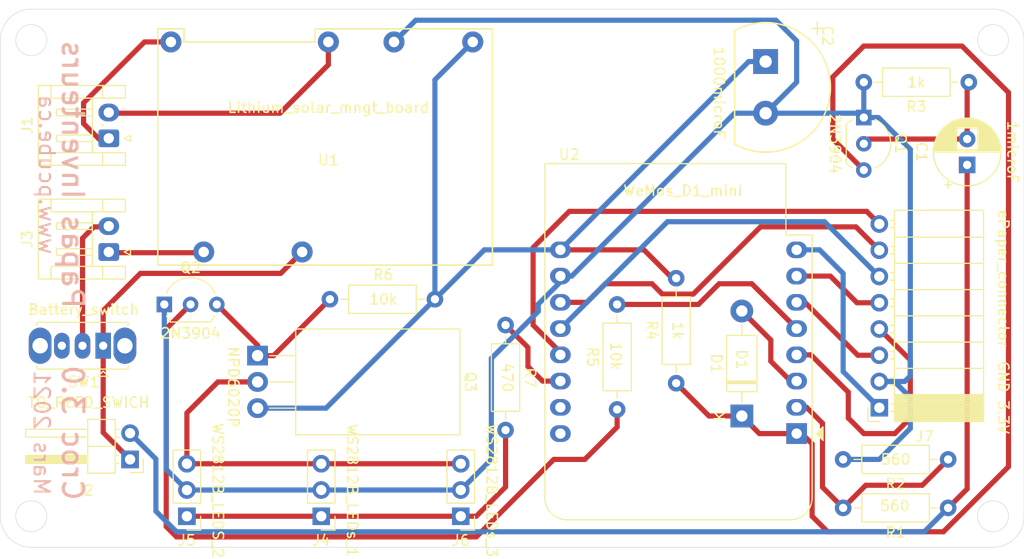
<source format=kicad_pcb>
(kicad_pcb (version 20171130) (host pcbnew 5.1.7-a382d34a8~88~ubuntu18.04.1)

  (general
    (thickness 1.6)
    (drawings 17)
    (tracks 167)
    (zones 0)
    (modules 23)
    (nets 27)
  )

  (page A4)
  (layers
    (0 F.Cu signal)
    (31 B.Cu signal)
    (32 B.Adhes user)
    (33 F.Adhes user)
    (34 B.Paste user)
    (35 F.Paste user)
    (36 B.SilkS user hide)
    (37 F.SilkS user)
    (38 B.Mask user)
    (39 F.Mask user)
    (40 Dwgs.User user)
    (41 Cmts.User user)
    (42 Eco1.User user)
    (43 Eco2.User user)
    (44 Edge.Cuts user)
    (45 Margin user)
    (46 B.CrtYd user)
    (47 F.CrtYd user)
    (48 B.Fab user)
    (49 F.Fab user)
  )

  (setup
    (last_trace_width 0.25)
    (user_trace_width 0.5)
    (trace_clearance 0.2)
    (zone_clearance 0.508)
    (zone_45_only no)
    (trace_min 0.2)
    (via_size 0.8)
    (via_drill 0.4)
    (via_min_size 0.4)
    (via_min_drill 0.3)
    (uvia_size 0.3)
    (uvia_drill 0.1)
    (uvias_allowed no)
    (uvia_min_size 0.2)
    (uvia_min_drill 0.1)
    (edge_width 0.05)
    (segment_width 0.2)
    (pcb_text_width 0.3)
    (pcb_text_size 1.5 1.5)
    (mod_edge_width 0.12)
    (mod_text_size 1 1)
    (mod_text_width 0.15)
    (pad_size 1.524 1.524)
    (pad_drill 0.762)
    (pad_to_mask_clearance 0)
    (aux_axis_origin 0 0)
    (grid_origin 100.775 67.625)
    (visible_elements FFFFFF7F)
    (pcbplotparams
      (layerselection 0x010fc_ffffffff)
      (usegerberextensions false)
      (usegerberattributes true)
      (usegerberadvancedattributes true)
      (creategerberjobfile true)
      (excludeedgelayer true)
      (linewidth 0.100000)
      (plotframeref false)
      (viasonmask false)
      (mode 1)
      (useauxorigin false)
      (hpglpennumber 1)
      (hpglpenspeed 20)
      (hpglpendiameter 15.000000)
      (psnegative false)
      (psa4output false)
      (plotreference true)
      (plotvalue true)
      (plotinvisibletext false)
      (padsonsilk false)
      (subtractmaskfromsilk false)
      (outputformat 1)
      (mirror false)
      (drillshape 1)
      (scaleselection 1)
      (outputdirectory ""))
  )

  (net 0 "")
  (net 1 "Net-(C1-Pad1)")
  (net 2 "Net-(C1-Pad2)")
  (net 3 +5V)
  (net 4 GND)
  (net 5 /WEMOS_RESET)
  (net 6 /D0)
  (net 7 /SOLAR+)
  (net 8 /SOLAR-)
  (net 9 /LED_VIN)
  (net 10 /3.3V)
  (net 11 "Net-(Q2-Pad3)")
  (net 12 "Net-(Q2-Pad2)")
  (net 13 /A0)
  (net 14 /DIN)
  (net 15 /CLK)
  (net 16 /CS)
  (net 17 /DC)
  (net 18 /RST)
  (net 19 /BUSY)
  (net 20 /MOSFET_CTRL)
  (net 21 /WS2812B_DATA_IN)
  (net 22 /LIPO-)
  (net 23 /LED_DIN)
  (net 24 "Net-(J2-Pad1)")
  (net 25 /LIPO+SWITCH)
  (net 26 "Net-(Q2-Pad1)")

  (net_class Default "This is the default net class."
    (clearance 0.2)
    (trace_width 0.25)
    (via_dia 0.8)
    (via_drill 0.4)
    (uvia_dia 0.3)
    (uvia_drill 0.1)
    (add_net +5V)
    (add_net /3.3V)
    (add_net /A0)
    (add_net /BUSY)
    (add_net /CLK)
    (add_net /CS)
    (add_net /D0)
    (add_net /DC)
    (add_net /DIN)
    (add_net /LED_DIN)
    (add_net /LED_VIN)
    (add_net /LIPO+SWITCH)
    (add_net /LIPO-)
    (add_net /MOSFET_CTRL)
    (add_net /RST)
    (add_net /SOLAR+)
    (add_net /SOLAR-)
    (add_net /WEMOS_RESET)
    (add_net /WS2812B_DATA_IN)
    (add_net GND)
    (add_net "Net-(C1-Pad1)")
    (add_net "Net-(C1-Pad2)")
    (add_net "Net-(J2-Pad1)")
    (add_net "Net-(Q2-Pad1)")
    (add_net "Net-(Q2-Pad2)")
    (add_net "Net-(Q2-Pad3)")
    (add_net "Net-(U2-Pad15)")
    (add_net "Net-(U2-Pad16)")
  )

  (module Connector_JST:JST_EH_S2B-EH_1x02_P2.50mm_Horizontal (layer F.Cu) (tedit 5C281425) (tstamp 6054987D)
    (at 111.275 91.125 90)
    (descr "JST EH series connector, S2B-EH (http://www.jst-mfg.com/product/pdf/eng/eEH.pdf), generated with kicad-footprint-generator")
    (tags "connector JST EH horizontal")
    (path /6051F83C)
    (fp_text reference J3 (at 1.25 -7.9 90) (layer F.SilkS)
      (effects (font (size 1 1) (thickness 0.15)))
    )
    (fp_text value Lipo_Battery (at 1.25 2.7 90) (layer F.Fab)
      (effects (font (size 1 1) (thickness 0.15)))
    )
    (fp_text user %R (at 1.25 -2.6 90) (layer F.Fab)
      (effects (font (size 1 1) (thickness 0.15)))
    )
    (fp_line (start -1.5 -0.7) (end -1.5 1.5) (layer F.Fab) (width 0.1))
    (fp_line (start -1.5 1.5) (end -2.5 1.5) (layer F.Fab) (width 0.1))
    (fp_line (start -2.5 1.5) (end -2.5 -6.7) (layer F.Fab) (width 0.1))
    (fp_line (start -2.5 -6.7) (end 5 -6.7) (layer F.Fab) (width 0.1))
    (fp_line (start 5 -6.7) (end 5 1.5) (layer F.Fab) (width 0.1))
    (fp_line (start 5 1.5) (end 4 1.5) (layer F.Fab) (width 0.1))
    (fp_line (start 4 1.5) (end 4 -0.7) (layer F.Fab) (width 0.1))
    (fp_line (start 4 -0.7) (end -1.5 -0.7) (layer F.Fab) (width 0.1))
    (fp_line (start -3 -7.2) (end -3 2) (layer F.CrtYd) (width 0.05))
    (fp_line (start -3 2) (end 5.5 2) (layer F.CrtYd) (width 0.05))
    (fp_line (start 5.5 2) (end 5.5 -7.2) (layer F.CrtYd) (width 0.05))
    (fp_line (start 5.5 -7.2) (end -3 -7.2) (layer F.CrtYd) (width 0.05))
    (fp_line (start -1.39 -0.59) (end -1.39 1.61) (layer F.SilkS) (width 0.12))
    (fp_line (start -1.39 1.61) (end -2.61 1.61) (layer F.SilkS) (width 0.12))
    (fp_line (start -2.61 1.61) (end -2.61 -6.81) (layer F.SilkS) (width 0.12))
    (fp_line (start -2.61 -6.81) (end 5.11 -6.81) (layer F.SilkS) (width 0.12))
    (fp_line (start 5.11 -6.81) (end 5.11 1.61) (layer F.SilkS) (width 0.12))
    (fp_line (start 5.11 1.61) (end 3.89 1.61) (layer F.SilkS) (width 0.12))
    (fp_line (start 3.89 1.61) (end 3.89 -0.59) (layer F.SilkS) (width 0.12))
    (fp_line (start -2.61 -5.59) (end -1.39 -5.59) (layer F.SilkS) (width 0.12))
    (fp_line (start -1.39 -5.59) (end -1.39 -0.59) (layer F.SilkS) (width 0.12))
    (fp_line (start -1.39 -0.59) (end -2.61 -0.59) (layer F.SilkS) (width 0.12))
    (fp_line (start 5.11 -5.59) (end 3.89 -5.59) (layer F.SilkS) (width 0.12))
    (fp_line (start 3.89 -5.59) (end 3.89 -0.59) (layer F.SilkS) (width 0.12))
    (fp_line (start 3.89 -0.59) (end 5.11 -0.59) (layer F.SilkS) (width 0.12))
    (fp_line (start -1.39 -1.59) (end 3.89 -1.59) (layer F.SilkS) (width 0.12))
    (fp_line (start 0 -1.59) (end -0.32 -1.59) (layer F.SilkS) (width 0.12))
    (fp_line (start -0.32 -1.59) (end -0.32 -5.01) (layer F.SilkS) (width 0.12))
    (fp_line (start -0.32 -5.01) (end 0 -5.09) (layer F.SilkS) (width 0.12))
    (fp_line (start 0 -5.09) (end 0.32 -5.01) (layer F.SilkS) (width 0.12))
    (fp_line (start 0.32 -5.01) (end 0.32 -1.59) (layer F.SilkS) (width 0.12))
    (fp_line (start 0.32 -1.59) (end 0 -1.59) (layer F.SilkS) (width 0.12))
    (fp_line (start 1.17 -0.59) (end 1.33 -0.59) (layer F.SilkS) (width 0.12))
    (fp_line (start 2.5 -1.59) (end 2.18 -1.59) (layer F.SilkS) (width 0.12))
    (fp_line (start 2.18 -1.59) (end 2.18 -5.01) (layer F.SilkS) (width 0.12))
    (fp_line (start 2.18 -5.01) (end 2.5 -5.09) (layer F.SilkS) (width 0.12))
    (fp_line (start 2.5 -5.09) (end 2.82 -5.01) (layer F.SilkS) (width 0.12))
    (fp_line (start 2.82 -5.01) (end 2.82 -1.59) (layer F.SilkS) (width 0.12))
    (fp_line (start 2.82 -1.59) (end 2.5 -1.59) (layer F.SilkS) (width 0.12))
    (fp_line (start 0 1.5) (end -0.3 2.1) (layer F.SilkS) (width 0.12))
    (fp_line (start -0.3 2.1) (end 0.3 2.1) (layer F.SilkS) (width 0.12))
    (fp_line (start 0.3 2.1) (end 0 1.5) (layer F.SilkS) (width 0.12))
    (fp_line (start -0.5 -0.7) (end 0 -1.407107) (layer F.Fab) (width 0.1))
    (fp_line (start 0 -1.407107) (end 0.5 -0.7) (layer F.Fab) (width 0.1))
    (pad 2 thru_hole oval (at 2.5 0 90) (size 1.7 2) (drill 1) (layers *.Cu *.Mask)
      (net 25 /LIPO+SWITCH))
    (pad 1 thru_hole roundrect (at 0 0 90) (size 1.7 2) (drill 1) (layers *.Cu *.Mask) (roundrect_rratio 0.147059)
      (net 22 /LIPO-))
    (model ${KISYS3DMOD}/Connector_JST.3dshapes/JST_EH_S2B-EH_1x02_P2.50mm_Horizontal.wrl
      (at (xyz 0 0 0))
      (scale (xyz 1 1 1))
      (rotate (xyz 0 0 0))
    )
  )

  (module Connector_JST:JST_EH_S2B-EH_1x02_P2.50mm_Horizontal (layer F.Cu) (tedit 5C281425) (tstamp 60549818)
    (at 111.275 80.125 90)
    (descr "JST EH series connector, S2B-EH (http://www.jst-mfg.com/product/pdf/eng/eEH.pdf), generated with kicad-footprint-generator")
    (tags "connector JST EH horizontal")
    (path /60516B7C)
    (fp_text reference J1 (at 1.25 -7.9 90) (layer F.SilkS)
      (effects (font (size 1 1) (thickness 0.15)))
    )
    (fp_text value "Solar pannel" (at 1.25 2.7 90) (layer F.Fab)
      (effects (font (size 1 1) (thickness 0.15)))
    )
    (fp_text user %R (at 1.25 -2.6 90) (layer F.Fab)
      (effects (font (size 1 1) (thickness 0.15)))
    )
    (fp_line (start -1.5 -0.7) (end -1.5 1.5) (layer F.Fab) (width 0.1))
    (fp_line (start -1.5 1.5) (end -2.5 1.5) (layer F.Fab) (width 0.1))
    (fp_line (start -2.5 1.5) (end -2.5 -6.7) (layer F.Fab) (width 0.1))
    (fp_line (start -2.5 -6.7) (end 5 -6.7) (layer F.Fab) (width 0.1))
    (fp_line (start 5 -6.7) (end 5 1.5) (layer F.Fab) (width 0.1))
    (fp_line (start 5 1.5) (end 4 1.5) (layer F.Fab) (width 0.1))
    (fp_line (start 4 1.5) (end 4 -0.7) (layer F.Fab) (width 0.1))
    (fp_line (start 4 -0.7) (end -1.5 -0.7) (layer F.Fab) (width 0.1))
    (fp_line (start -3 -7.2) (end -3 2) (layer F.CrtYd) (width 0.05))
    (fp_line (start -3 2) (end 5.5 2) (layer F.CrtYd) (width 0.05))
    (fp_line (start 5.5 2) (end 5.5 -7.2) (layer F.CrtYd) (width 0.05))
    (fp_line (start 5.5 -7.2) (end -3 -7.2) (layer F.CrtYd) (width 0.05))
    (fp_line (start -1.39 -0.59) (end -1.39 1.61) (layer F.SilkS) (width 0.12))
    (fp_line (start -1.39 1.61) (end -2.61 1.61) (layer F.SilkS) (width 0.12))
    (fp_line (start -2.61 1.61) (end -2.61 -6.81) (layer F.SilkS) (width 0.12))
    (fp_line (start -2.61 -6.81) (end 5.11 -6.81) (layer F.SilkS) (width 0.12))
    (fp_line (start 5.11 -6.81) (end 5.11 1.61) (layer F.SilkS) (width 0.12))
    (fp_line (start 5.11 1.61) (end 3.89 1.61) (layer F.SilkS) (width 0.12))
    (fp_line (start 3.89 1.61) (end 3.89 -0.59) (layer F.SilkS) (width 0.12))
    (fp_line (start -2.61 -5.59) (end -1.39 -5.59) (layer F.SilkS) (width 0.12))
    (fp_line (start -1.39 -5.59) (end -1.39 -0.59) (layer F.SilkS) (width 0.12))
    (fp_line (start -1.39 -0.59) (end -2.61 -0.59) (layer F.SilkS) (width 0.12))
    (fp_line (start 5.11 -5.59) (end 3.89 -5.59) (layer F.SilkS) (width 0.12))
    (fp_line (start 3.89 -5.59) (end 3.89 -0.59) (layer F.SilkS) (width 0.12))
    (fp_line (start 3.89 -0.59) (end 5.11 -0.59) (layer F.SilkS) (width 0.12))
    (fp_line (start -1.39 -1.59) (end 3.89 -1.59) (layer F.SilkS) (width 0.12))
    (fp_line (start 0 -1.59) (end -0.32 -1.59) (layer F.SilkS) (width 0.12))
    (fp_line (start -0.32 -1.59) (end -0.32 -5.01) (layer F.SilkS) (width 0.12))
    (fp_line (start -0.32 -5.01) (end 0 -5.09) (layer F.SilkS) (width 0.12))
    (fp_line (start 0 -5.09) (end 0.32 -5.01) (layer F.SilkS) (width 0.12))
    (fp_line (start 0.32 -5.01) (end 0.32 -1.59) (layer F.SilkS) (width 0.12))
    (fp_line (start 0.32 -1.59) (end 0 -1.59) (layer F.SilkS) (width 0.12))
    (fp_line (start 1.17 -0.59) (end 1.33 -0.59) (layer F.SilkS) (width 0.12))
    (fp_line (start 2.5 -1.59) (end 2.18 -1.59) (layer F.SilkS) (width 0.12))
    (fp_line (start 2.18 -1.59) (end 2.18 -5.01) (layer F.SilkS) (width 0.12))
    (fp_line (start 2.18 -5.01) (end 2.5 -5.09) (layer F.SilkS) (width 0.12))
    (fp_line (start 2.5 -5.09) (end 2.82 -5.01) (layer F.SilkS) (width 0.12))
    (fp_line (start 2.82 -5.01) (end 2.82 -1.59) (layer F.SilkS) (width 0.12))
    (fp_line (start 2.82 -1.59) (end 2.5 -1.59) (layer F.SilkS) (width 0.12))
    (fp_line (start 0 1.5) (end -0.3 2.1) (layer F.SilkS) (width 0.12))
    (fp_line (start -0.3 2.1) (end 0.3 2.1) (layer F.SilkS) (width 0.12))
    (fp_line (start 0.3 2.1) (end 0 1.5) (layer F.SilkS) (width 0.12))
    (fp_line (start -0.5 -0.7) (end 0 -1.407107) (layer F.Fab) (width 0.1))
    (fp_line (start 0 -1.407107) (end 0.5 -0.7) (layer F.Fab) (width 0.1))
    (pad 2 thru_hole oval (at 2.5 0 90) (size 1.7 2) (drill 1) (layers *.Cu *.Mask)
      (net 7 /SOLAR+))
    (pad 1 thru_hole roundrect (at 0 0 90) (size 1.7 2) (drill 1) (layers *.Cu *.Mask) (roundrect_rratio 0.147059)
      (net 8 /SOLAR-))
    (model ${KISYS3DMOD}/Connector_JST.3dshapes/JST_EH_S2B-EH_1x02_P2.50mm_Horizontal.wrl
      (at (xyz 0 0 0))
      (scale (xyz 1 1 1))
      (rotate (xyz 0 0 0))
    )
  )

  (module Module:WEMOS_D1_mini_light (layer F.Cu) (tedit 5BBFB1CE) (tstamp 604C9EF0)
    (at 177.835 108.695 180)
    (descr "16-pin module, column spacing 22.86 mm (900 mils), https://wiki.wemos.cc/products:d1:d1_mini, https://c1.staticflickr.com/1/734/31400410271_f278b087db_z.jpg")
    (tags "ESP8266 WiFi microcontroller")
    (path /6035D94E)
    (fp_text reference U2 (at 22 27) (layer F.SilkS)
      (effects (font (size 1 1) (thickness 0.15)))
    )
    (fp_text value WeMos_D1_mini (at 11 23.5) (layer F.SilkS)
      (effects (font (size 1 1) (thickness 0.15)))
    )
    (fp_line (start 1.04 26.12) (end 24.36 26.12) (layer F.SilkS) (width 0.12))
    (fp_line (start -1.5 19.22) (end -1.5 -6.21) (layer F.SilkS) (width 0.12))
    (fp_line (start 24.36 26.12) (end 24.36 -6.21) (layer F.SilkS) (width 0.12))
    (fp_line (start 22.24 -8.34) (end 0.63 -8.34) (layer F.SilkS) (width 0.12))
    (fp_line (start 1.17 25.99) (end 24.23 25.99) (layer F.Fab) (width 0.1))
    (fp_line (start 24.23 25.99) (end 24.23 -6.21) (layer F.Fab) (width 0.1))
    (fp_line (start 22.23 -8.21) (end 0.63 -8.21) (layer F.Fab) (width 0.1))
    (fp_line (start -1.37 1) (end -1.37 19.09) (layer F.Fab) (width 0.1))
    (fp_line (start -1.62 -8.46) (end 24.48 -8.46) (layer F.CrtYd) (width 0.05))
    (fp_line (start 24.48 -8.41) (end 24.48 26.24) (layer F.CrtYd) (width 0.05))
    (fp_line (start 24.48 26.24) (end -1.62 26.24) (layer F.CrtYd) (width 0.05))
    (fp_line (start -1.62 26.24) (end -1.62 -8.46) (layer F.CrtYd) (width 0.05))
    (fp_poly (pts (xy -2.54 -0.635) (xy -2.54 0.635) (xy -1.905 0)) (layer F.SilkS) (width 0.15))
    (fp_line (start -1.35 -1.4) (end 24.25 -1.4) (layer Dwgs.User) (width 0.1))
    (fp_line (start 24.25 -1.4) (end 24.25 -8.2) (layer Dwgs.User) (width 0.1))
    (fp_line (start 24.25 -8.2) (end -1.35 -8.2) (layer Dwgs.User) (width 0.1))
    (fp_line (start -1.35 -8.2) (end -1.35 -1.4) (layer Dwgs.User) (width 0.1))
    (fp_line (start -1.35 -1.4) (end 5.45 -8.2) (layer Dwgs.User) (width 0.1))
    (fp_line (start 0.65 -1.4) (end 7.45 -8.2) (layer Dwgs.User) (width 0.1))
    (fp_line (start 2.65 -1.4) (end 9.45 -8.2) (layer Dwgs.User) (width 0.1))
    (fp_line (start 4.65 -1.4) (end 11.45 -8.2) (layer Dwgs.User) (width 0.1))
    (fp_line (start 6.65 -1.4) (end 13.45 -8.2) (layer Dwgs.User) (width 0.1))
    (fp_line (start 8.65 -1.4) (end 15.45 -8.2) (layer Dwgs.User) (width 0.1))
    (fp_line (start 10.65 -1.4) (end 17.45 -8.2) (layer Dwgs.User) (width 0.1))
    (fp_line (start 12.65 -1.4) (end 19.45 -8.2) (layer Dwgs.User) (width 0.1))
    (fp_line (start 14.65 -1.4) (end 21.45 -8.2) (layer Dwgs.User) (width 0.1))
    (fp_line (start 16.65 -1.4) (end 23.45 -8.2) (layer Dwgs.User) (width 0.1))
    (fp_line (start 18.65 -1.4) (end 24.25 -7) (layer Dwgs.User) (width 0.1))
    (fp_line (start 20.65 -1.4) (end 24.25 -5) (layer Dwgs.User) (width 0.1))
    (fp_line (start 22.65 -1.4) (end 24.25 -3) (layer Dwgs.User) (width 0.1))
    (fp_line (start -1.35 -3.4) (end 3.45 -8.2) (layer Dwgs.User) (width 0.1))
    (fp_line (start -1.3 -5.45) (end 1.45 -8.2) (layer Dwgs.User) (width 0.1))
    (fp_line (start -1.35 -7.4) (end -0.55 -8.2) (layer Dwgs.User) (width 0.1))
    (fp_line (start -1.37 19.09) (end 1.17 19.09) (layer F.Fab) (width 0.1))
    (fp_line (start 1.17 19.09) (end 1.17 25.99) (layer F.Fab) (width 0.1))
    (fp_line (start -1.37 -6.21) (end -1.37 -1) (layer F.Fab) (width 0.1))
    (fp_line (start -1.37 1) (end -0.37 0) (layer F.Fab) (width 0.1))
    (fp_line (start -0.37 0) (end -1.37 -1) (layer F.Fab) (width 0.1))
    (fp_line (start -1.5 19.22) (end 1.04 19.22) (layer F.SilkS) (width 0.12))
    (fp_line (start 1.04 19.22) (end 1.04 26.12) (layer F.SilkS) (width 0.12))
    (fp_text user %R (at 9 11.5) (layer F.Fab)
      (effects (font (size 1 1) (thickness 0.15)))
    )
    (fp_arc (start 0.63 -6.21) (end 0.63 -8.21) (angle -90) (layer F.Fab) (width 0.1))
    (fp_arc (start 22.23 -6.21) (end 24.23 -6.19) (angle -90) (layer F.Fab) (width 0.1))
    (fp_arc (start 0.63 -6.21) (end 0.63 -8.34) (angle -90) (layer F.SilkS) (width 0.12))
    (fp_arc (start 22.23 -6.21) (end 24.36 -6.21) (angle -90) (layer F.SilkS) (width 0.12))
    (fp_text user "KEEP OUT" (at 11.43 -6.35) (layer Cmts.User)
      (effects (font (size 1 1) (thickness 0.15)))
    )
    (fp_text user "No copper" (at 11.43 -3.81) (layer Cmts.User)
      (effects (font (size 1 1) (thickness 0.15)))
    )
    (pad 2 thru_hole oval (at 0 2.54 180) (size 2 1.6) (drill 1) (layers *.Cu *.Mask)
      (net 13 /A0))
    (pad 1 thru_hole rect (at 0 0 180) (size 2 2) (drill 1) (layers *.Cu *.Mask)
      (net 5 /WEMOS_RESET))
    (pad 3 thru_hole oval (at 0 5.08 180) (size 2 1.6) (drill 1) (layers *.Cu *.Mask)
      (net 6 /D0))
    (pad 4 thru_hole oval (at 0 7.62 180) (size 2 1.6) (drill 1) (layers *.Cu *.Mask)
      (net 15 /CLK))
    (pad 5 thru_hole oval (at 0 10.16 180) (size 2 1.6) (drill 1) (layers *.Cu *.Mask)
      (net 20 /MOSFET_CTRL))
    (pad 6 thru_hole oval (at 0 12.7 180) (size 2 1.6) (drill 1) (layers *.Cu *.Mask)
      (net 14 /DIN))
    (pad 7 thru_hole oval (at 0 15.24 180) (size 2 1.6) (drill 1) (layers *.Cu *.Mask)
      (net 16 /CS))
    (pad 8 thru_hole oval (at 0 17.78 180) (size 2 1.6) (drill 1) (layers *.Cu *.Mask)
      (net 10 /3.3V))
    (pad 9 thru_hole oval (at 22.86 17.78 180) (size 2 1.6) (drill 1) (layers *.Cu *.Mask)
      (net 3 +5V))
    (pad 10 thru_hole oval (at 22.86 15.24 180) (size 2 1.6) (drill 1) (layers *.Cu *.Mask)
      (net 4 GND))
    (pad 11 thru_hole oval (at 22.86 12.7 180) (size 2 1.6) (drill 1) (layers *.Cu *.Mask)
      (net 18 /RST))
    (pad 12 thru_hole oval (at 22.86 10.16 180) (size 2 1.6) (drill 1) (layers *.Cu *.Mask)
      (net 17 /DC))
    (pad 13 thru_hole oval (at 22.86 7.62 180) (size 2 1.6) (drill 1) (layers *.Cu *.Mask)
      (net 19 /BUSY))
    (pad 14 thru_hole oval (at 22.86 5.08 180) (size 2 1.6) (drill 1) (layers *.Cu *.Mask)
      (net 21 /WS2812B_DATA_IN))
    (pad 15 thru_hole oval (at 22.86 2.54 180) (size 2 1.6) (drill 1) (layers *.Cu *.Mask))
    (pad 16 thru_hole oval (at 22.86 0 180) (size 2 1.6) (drill 1) (layers *.Cu *.Mask))
    (model ${KISYS3DMOD}/Module.3dshapes/WEMOS_D1_mini_light.wrl
      (at (xyz 0 0 0))
      (scale (xyz 1 1 1))
      (rotate (xyz 0 0 0))
    )
    (model ${KISYS3DMOD}/Connector_PinHeader_2.54mm.3dshapes/PinHeader_1x08_P2.54mm_Vertical.wrl
      (offset (xyz 0 0 9.5))
      (scale (xyz 1 1 1))
      (rotate (xyz 0 -180 0))
    )
    (model ${KISYS3DMOD}/Connector_PinHeader_2.54mm.3dshapes/PinHeader_1x08_P2.54mm_Vertical.wrl
      (offset (xyz 22.86 0 9.5))
      (scale (xyz 1 1 1))
      (rotate (xyz 0 -180 0))
    )
    (model ${KISYS3DMOD}/Connector_PinSocket_2.54mm.3dshapes/PinSocket_1x08_P2.54mm_Vertical.wrl
      (at (xyz 0 0 0))
      (scale (xyz 1 1 1))
      (rotate (xyz 0 0 0))
    )
    (model ${KISYS3DMOD}/Connector_PinSocket_2.54mm.3dshapes/PinSocket_1x08_P2.54mm_Vertical.wrl
      (offset (xyz 22.86 0 0))
      (scale (xyz 1 1 1))
      (rotate (xyz 0 0 0))
    )
  )

  (module Capacitor_THT:CP_Radial_D6.3mm_P2.50mm (layer F.Cu) (tedit 5AE50EF0) (tstamp 604C9BCF)
    (at 194.335 82.695 90)
    (descr "CP, Radial series, Radial, pin pitch=2.50mm, , diameter=6.3mm, Electrolytic Capacitor")
    (tags "CP Radial series Radial pin pitch 2.50mm  diameter 6.3mm Electrolytic Capacitor")
    (path /604ACDC7)
    (fp_text reference C1 (at 1.25 -4.4 270 unlocked) (layer F.SilkS)
      (effects (font (size 1 1) (thickness 0.15)))
    )
    (fp_text value 1microF (at 1.25 4.4 270 unlocked) (layer F.SilkS)
      (effects (font (size 1 1) (thickness 0.15)))
    )
    (fp_circle (center 1.25 0) (end 4.4 0) (layer F.Fab) (width 0.1))
    (fp_circle (center 1.25 0) (end 4.52 0) (layer F.SilkS) (width 0.12))
    (fp_circle (center 1.25 0) (end 4.65 0) (layer F.CrtYd) (width 0.05))
    (fp_line (start -1.443972 -1.3735) (end -0.813972 -1.3735) (layer F.Fab) (width 0.1))
    (fp_line (start -1.128972 -1.6885) (end -1.128972 -1.0585) (layer F.Fab) (width 0.1))
    (fp_line (start 1.25 -3.23) (end 1.25 3.23) (layer F.SilkS) (width 0.12))
    (fp_line (start 1.29 -3.23) (end 1.29 3.23) (layer F.SilkS) (width 0.12))
    (fp_line (start 1.33 -3.23) (end 1.33 3.23) (layer F.SilkS) (width 0.12))
    (fp_line (start 1.37 -3.228) (end 1.37 3.228) (layer F.SilkS) (width 0.12))
    (fp_line (start 1.41 -3.227) (end 1.41 3.227) (layer F.SilkS) (width 0.12))
    (fp_line (start 1.45 -3.224) (end 1.45 3.224) (layer F.SilkS) (width 0.12))
    (fp_line (start 1.49 -3.222) (end 1.49 -1.04) (layer F.SilkS) (width 0.12))
    (fp_line (start 1.49 1.04) (end 1.49 3.222) (layer F.SilkS) (width 0.12))
    (fp_line (start 1.53 -3.218) (end 1.53 -1.04) (layer F.SilkS) (width 0.12))
    (fp_line (start 1.53 1.04) (end 1.53 3.218) (layer F.SilkS) (width 0.12))
    (fp_line (start 1.57 -3.215) (end 1.57 -1.04) (layer F.SilkS) (width 0.12))
    (fp_line (start 1.57 1.04) (end 1.57 3.215) (layer F.SilkS) (width 0.12))
    (fp_line (start 1.61 -3.211) (end 1.61 -1.04) (layer F.SilkS) (width 0.12))
    (fp_line (start 1.61 1.04) (end 1.61 3.211) (layer F.SilkS) (width 0.12))
    (fp_line (start 1.65 -3.206) (end 1.65 -1.04) (layer F.SilkS) (width 0.12))
    (fp_line (start 1.65 1.04) (end 1.65 3.206) (layer F.SilkS) (width 0.12))
    (fp_line (start 1.69 -3.201) (end 1.69 -1.04) (layer F.SilkS) (width 0.12))
    (fp_line (start 1.69 1.04) (end 1.69 3.201) (layer F.SilkS) (width 0.12))
    (fp_line (start 1.73 -3.195) (end 1.73 -1.04) (layer F.SilkS) (width 0.12))
    (fp_line (start 1.73 1.04) (end 1.73 3.195) (layer F.SilkS) (width 0.12))
    (fp_line (start 1.77 -3.189) (end 1.77 -1.04) (layer F.SilkS) (width 0.12))
    (fp_line (start 1.77 1.04) (end 1.77 3.189) (layer F.SilkS) (width 0.12))
    (fp_line (start 1.81 -3.182) (end 1.81 -1.04) (layer F.SilkS) (width 0.12))
    (fp_line (start 1.81 1.04) (end 1.81 3.182) (layer F.SilkS) (width 0.12))
    (fp_line (start 1.85 -3.175) (end 1.85 -1.04) (layer F.SilkS) (width 0.12))
    (fp_line (start 1.85 1.04) (end 1.85 3.175) (layer F.SilkS) (width 0.12))
    (fp_line (start 1.89 -3.167) (end 1.89 -1.04) (layer F.SilkS) (width 0.12))
    (fp_line (start 1.89 1.04) (end 1.89 3.167) (layer F.SilkS) (width 0.12))
    (fp_line (start 1.93 -3.159) (end 1.93 -1.04) (layer F.SilkS) (width 0.12))
    (fp_line (start 1.93 1.04) (end 1.93 3.159) (layer F.SilkS) (width 0.12))
    (fp_line (start 1.971 -3.15) (end 1.971 -1.04) (layer F.SilkS) (width 0.12))
    (fp_line (start 1.971 1.04) (end 1.971 3.15) (layer F.SilkS) (width 0.12))
    (fp_line (start 2.011 -3.141) (end 2.011 -1.04) (layer F.SilkS) (width 0.12))
    (fp_line (start 2.011 1.04) (end 2.011 3.141) (layer F.SilkS) (width 0.12))
    (fp_line (start 2.051 -3.131) (end 2.051 -1.04) (layer F.SilkS) (width 0.12))
    (fp_line (start 2.051 1.04) (end 2.051 3.131) (layer F.SilkS) (width 0.12))
    (fp_line (start 2.091 -3.121) (end 2.091 -1.04) (layer F.SilkS) (width 0.12))
    (fp_line (start 2.091 1.04) (end 2.091 3.121) (layer F.SilkS) (width 0.12))
    (fp_line (start 2.131 -3.11) (end 2.131 -1.04) (layer F.SilkS) (width 0.12))
    (fp_line (start 2.131 1.04) (end 2.131 3.11) (layer F.SilkS) (width 0.12))
    (fp_line (start 2.171 -3.098) (end 2.171 -1.04) (layer F.SilkS) (width 0.12))
    (fp_line (start 2.171 1.04) (end 2.171 3.098) (layer F.SilkS) (width 0.12))
    (fp_line (start 2.211 -3.086) (end 2.211 -1.04) (layer F.SilkS) (width 0.12))
    (fp_line (start 2.211 1.04) (end 2.211 3.086) (layer F.SilkS) (width 0.12))
    (fp_line (start 2.251 -3.074) (end 2.251 -1.04) (layer F.SilkS) (width 0.12))
    (fp_line (start 2.251 1.04) (end 2.251 3.074) (layer F.SilkS) (width 0.12))
    (fp_line (start 2.291 -3.061) (end 2.291 -1.04) (layer F.SilkS) (width 0.12))
    (fp_line (start 2.291 1.04) (end 2.291 3.061) (layer F.SilkS) (width 0.12))
    (fp_line (start 2.331 -3.047) (end 2.331 -1.04) (layer F.SilkS) (width 0.12))
    (fp_line (start 2.331 1.04) (end 2.331 3.047) (layer F.SilkS) (width 0.12))
    (fp_line (start 2.371 -3.033) (end 2.371 -1.04) (layer F.SilkS) (width 0.12))
    (fp_line (start 2.371 1.04) (end 2.371 3.033) (layer F.SilkS) (width 0.12))
    (fp_line (start 2.411 -3.018) (end 2.411 -1.04) (layer F.SilkS) (width 0.12))
    (fp_line (start 2.411 1.04) (end 2.411 3.018) (layer F.SilkS) (width 0.12))
    (fp_line (start 2.451 -3.002) (end 2.451 -1.04) (layer F.SilkS) (width 0.12))
    (fp_line (start 2.451 1.04) (end 2.451 3.002) (layer F.SilkS) (width 0.12))
    (fp_line (start 2.491 -2.986) (end 2.491 -1.04) (layer F.SilkS) (width 0.12))
    (fp_line (start 2.491 1.04) (end 2.491 2.986) (layer F.SilkS) (width 0.12))
    (fp_line (start 2.531 -2.97) (end 2.531 -1.04) (layer F.SilkS) (width 0.12))
    (fp_line (start 2.531 1.04) (end 2.531 2.97) (layer F.SilkS) (width 0.12))
    (fp_line (start 2.571 -2.952) (end 2.571 -1.04) (layer F.SilkS) (width 0.12))
    (fp_line (start 2.571 1.04) (end 2.571 2.952) (layer F.SilkS) (width 0.12))
    (fp_line (start 2.611 -2.934) (end 2.611 -1.04) (layer F.SilkS) (width 0.12))
    (fp_line (start 2.611 1.04) (end 2.611 2.934) (layer F.SilkS) (width 0.12))
    (fp_line (start 2.651 -2.916) (end 2.651 -1.04) (layer F.SilkS) (width 0.12))
    (fp_line (start 2.651 1.04) (end 2.651 2.916) (layer F.SilkS) (width 0.12))
    (fp_line (start 2.691 -2.896) (end 2.691 -1.04) (layer F.SilkS) (width 0.12))
    (fp_line (start 2.691 1.04) (end 2.691 2.896) (layer F.SilkS) (width 0.12))
    (fp_line (start 2.731 -2.876) (end 2.731 -1.04) (layer F.SilkS) (width 0.12))
    (fp_line (start 2.731 1.04) (end 2.731 2.876) (layer F.SilkS) (width 0.12))
    (fp_line (start 2.771 -2.856) (end 2.771 -1.04) (layer F.SilkS) (width 0.12))
    (fp_line (start 2.771 1.04) (end 2.771 2.856) (layer F.SilkS) (width 0.12))
    (fp_line (start 2.811 -2.834) (end 2.811 -1.04) (layer F.SilkS) (width 0.12))
    (fp_line (start 2.811 1.04) (end 2.811 2.834) (layer F.SilkS) (width 0.12))
    (fp_line (start 2.851 -2.812) (end 2.851 -1.04) (layer F.SilkS) (width 0.12))
    (fp_line (start 2.851 1.04) (end 2.851 2.812) (layer F.SilkS) (width 0.12))
    (fp_line (start 2.891 -2.79) (end 2.891 -1.04) (layer F.SilkS) (width 0.12))
    (fp_line (start 2.891 1.04) (end 2.891 2.79) (layer F.SilkS) (width 0.12))
    (fp_line (start 2.931 -2.766) (end 2.931 -1.04) (layer F.SilkS) (width 0.12))
    (fp_line (start 2.931 1.04) (end 2.931 2.766) (layer F.SilkS) (width 0.12))
    (fp_line (start 2.971 -2.742) (end 2.971 -1.04) (layer F.SilkS) (width 0.12))
    (fp_line (start 2.971 1.04) (end 2.971 2.742) (layer F.SilkS) (width 0.12))
    (fp_line (start 3.011 -2.716) (end 3.011 -1.04) (layer F.SilkS) (width 0.12))
    (fp_line (start 3.011 1.04) (end 3.011 2.716) (layer F.SilkS) (width 0.12))
    (fp_line (start 3.051 -2.69) (end 3.051 -1.04) (layer F.SilkS) (width 0.12))
    (fp_line (start 3.051 1.04) (end 3.051 2.69) (layer F.SilkS) (width 0.12))
    (fp_line (start 3.091 -2.664) (end 3.091 -1.04) (layer F.SilkS) (width 0.12))
    (fp_line (start 3.091 1.04) (end 3.091 2.664) (layer F.SilkS) (width 0.12))
    (fp_line (start 3.131 -2.636) (end 3.131 -1.04) (layer F.SilkS) (width 0.12))
    (fp_line (start 3.131 1.04) (end 3.131 2.636) (layer F.SilkS) (width 0.12))
    (fp_line (start 3.171 -2.607) (end 3.171 -1.04) (layer F.SilkS) (width 0.12))
    (fp_line (start 3.171 1.04) (end 3.171 2.607) (layer F.SilkS) (width 0.12))
    (fp_line (start 3.211 -2.578) (end 3.211 -1.04) (layer F.SilkS) (width 0.12))
    (fp_line (start 3.211 1.04) (end 3.211 2.578) (layer F.SilkS) (width 0.12))
    (fp_line (start 3.251 -2.548) (end 3.251 -1.04) (layer F.SilkS) (width 0.12))
    (fp_line (start 3.251 1.04) (end 3.251 2.548) (layer F.SilkS) (width 0.12))
    (fp_line (start 3.291 -2.516) (end 3.291 -1.04) (layer F.SilkS) (width 0.12))
    (fp_line (start 3.291 1.04) (end 3.291 2.516) (layer F.SilkS) (width 0.12))
    (fp_line (start 3.331 -2.484) (end 3.331 -1.04) (layer F.SilkS) (width 0.12))
    (fp_line (start 3.331 1.04) (end 3.331 2.484) (layer F.SilkS) (width 0.12))
    (fp_line (start 3.371 -2.45) (end 3.371 -1.04) (layer F.SilkS) (width 0.12))
    (fp_line (start 3.371 1.04) (end 3.371 2.45) (layer F.SilkS) (width 0.12))
    (fp_line (start 3.411 -2.416) (end 3.411 -1.04) (layer F.SilkS) (width 0.12))
    (fp_line (start 3.411 1.04) (end 3.411 2.416) (layer F.SilkS) (width 0.12))
    (fp_line (start 3.451 -2.38) (end 3.451 -1.04) (layer F.SilkS) (width 0.12))
    (fp_line (start 3.451 1.04) (end 3.451 2.38) (layer F.SilkS) (width 0.12))
    (fp_line (start 3.491 -2.343) (end 3.491 -1.04) (layer F.SilkS) (width 0.12))
    (fp_line (start 3.491 1.04) (end 3.491 2.343) (layer F.SilkS) (width 0.12))
    (fp_line (start 3.531 -2.305) (end 3.531 -1.04) (layer F.SilkS) (width 0.12))
    (fp_line (start 3.531 1.04) (end 3.531 2.305) (layer F.SilkS) (width 0.12))
    (fp_line (start 3.571 -2.265) (end 3.571 2.265) (layer F.SilkS) (width 0.12))
    (fp_line (start 3.611 -2.224) (end 3.611 2.224) (layer F.SilkS) (width 0.12))
    (fp_line (start 3.651 -2.182) (end 3.651 2.182) (layer F.SilkS) (width 0.12))
    (fp_line (start 3.691 -2.137) (end 3.691 2.137) (layer F.SilkS) (width 0.12))
    (fp_line (start 3.731 -2.092) (end 3.731 2.092) (layer F.SilkS) (width 0.12))
    (fp_line (start 3.771 -2.044) (end 3.771 2.044) (layer F.SilkS) (width 0.12))
    (fp_line (start 3.811 -1.995) (end 3.811 1.995) (layer F.SilkS) (width 0.12))
    (fp_line (start 3.851 -1.944) (end 3.851 1.944) (layer F.SilkS) (width 0.12))
    (fp_line (start 3.891 -1.89) (end 3.891 1.89) (layer F.SilkS) (width 0.12))
    (fp_line (start 3.931 -1.834) (end 3.931 1.834) (layer F.SilkS) (width 0.12))
    (fp_line (start 3.971 -1.776) (end 3.971 1.776) (layer F.SilkS) (width 0.12))
    (fp_line (start 4.011 -1.714) (end 4.011 1.714) (layer F.SilkS) (width 0.12))
    (fp_line (start 4.051 -1.65) (end 4.051 1.65) (layer F.SilkS) (width 0.12))
    (fp_line (start 4.091 -1.581) (end 4.091 1.581) (layer F.SilkS) (width 0.12))
    (fp_line (start 4.131 -1.509) (end 4.131 1.509) (layer F.SilkS) (width 0.12))
    (fp_line (start 4.171 -1.432) (end 4.171 1.432) (layer F.SilkS) (width 0.12))
    (fp_line (start 4.211 -1.35) (end 4.211 1.35) (layer F.SilkS) (width 0.12))
    (fp_line (start 4.251 -1.262) (end 4.251 1.262) (layer F.SilkS) (width 0.12))
    (fp_line (start 4.291 -1.165) (end 4.291 1.165) (layer F.SilkS) (width 0.12))
    (fp_line (start 4.331 -1.059) (end 4.331 1.059) (layer F.SilkS) (width 0.12))
    (fp_line (start 4.371 -0.94) (end 4.371 0.94) (layer F.SilkS) (width 0.12))
    (fp_line (start 4.411 -0.802) (end 4.411 0.802) (layer F.SilkS) (width 0.12))
    (fp_line (start 4.451 -0.633) (end 4.451 0.633) (layer F.SilkS) (width 0.12))
    (fp_line (start 4.491 -0.402) (end 4.491 0.402) (layer F.SilkS) (width 0.12))
    (fp_line (start -2.250241 -1.839) (end -1.620241 -1.839) (layer F.SilkS) (width 0.12))
    (fp_line (start -1.935241 -2.154) (end -1.935241 -1.524) (layer F.SilkS) (width 0.12))
    (fp_text user %R (at 1.25 0 90) (layer F.Fab)
      (effects (font (size 1 1) (thickness 0.15)))
    )
    (pad 1 thru_hole rect (at 0 0 90) (size 1.6 1.6) (drill 0.8) (layers *.Cu *.Mask)
      (net 1 "Net-(C1-Pad1)"))
    (pad 2 thru_hole circle (at 2.5 0 90) (size 1.6 1.6) (drill 0.8) (layers *.Cu *.Mask)
      (net 2 "Net-(C1-Pad2)"))
    (model ${KISYS3DMOD}/Capacitor_THT.3dshapes/CP_Radial_D6.3mm_P2.50mm.wrl
      (at (xyz 0 0 0))
      (scale (xyz 1 1 1))
      (rotate (xyz 0 0 0))
    )
  )

  (module lib_fp:Edge_CP_Radial_D12.5mm_P5.00mm (layer F.Cu) (tedit 5E2673B7) (tstamp 604E5C03)
    (at 174.835 75.195 270)
    (descr "CP, Radial series, Radial, pin pitch=5.00mm, , diameter=12.5mm, Electrolytic Capacitor")
    (tags "CP Radial series Radial pin pitch 5.00mm  diameter 12.5mm Electrolytic Capacitor")
    (path /604FA0D7)
    (fp_text reference C2 (at -5 -6 270 unlocked) (layer F.SilkS)
      (effects (font (size 1 1) (thickness 0.15)))
    )
    (fp_text value 1000microF (at 0.5 4.5 270 unlocked) (layer F.SilkS)
      (effects (font (size 1 1) (thickness 0.15)))
    )
    (fp_line (start -6.35 -5) (end -5.1 -5) (layer F.SilkS) (width 0.12))
    (fp_line (start -5.7 -5.65) (end -5.7 -4.4) (layer F.SilkS) (width 0.12))
    (fp_line (start 5.499999 2.999999) (end -5.5 3) (layer F.SilkS) (width 0.15))
    (fp_text user %R (at 0 -2.5 90) (layer F.Fab)
      (effects (font (size 1 1) (thickness 0.15)))
    )
    (fp_arc (start 0 0) (end 5.499999 2.999999) (angle -236.9112154) (layer F.SilkS) (width 0.15))
    (pad 1 thru_hole rect (at -2.5 0 270) (size 2.4 2.4) (drill 1.2) (layers *.Cu *.Mask)
      (net 3 +5V))
    (pad 2 thru_hole circle (at 2.5 0 270) (size 2.4 2.4) (drill 1.2) (layers *.Cu *.Mask)
      (net 4 GND))
    (model ${KISYS3DMOD}/Capacitor_THT.3dshapes/CP_Radial_D12.5mm_P5.00mm.wrl
      (at (xyz 0 0 0))
      (scale (xyz 1 1 1))
      (rotate (xyz 0 0 0))
    )
  )

  (module Connector_PinHeader_2.54mm:PinHeader_1x02_P2.54mm_Horizontal (layer F.Cu) (tedit 59FED5CB) (tstamp 604C9C5F)
    (at 113.335 111.195 180)
    (descr "Through hole angled pin header, 1x02, 2.54mm pitch, 6mm pin length, single row")
    (tags "Through hole angled pin header THT 1x02 2.54mm single row")
    (path /605D460F)
    (fp_text reference J2 (at 4.385 -3) (layer F.SilkS)
      (effects (font (size 1 1) (thickness 0.15)))
    )
    (fp_text value TO_REED_SWICH (at 4 5.5) (layer F.SilkS)
      (effects (font (size 1 1) (thickness 0.15)))
    )
    (fp_line (start 2.135 -1.27) (end 4.04 -1.27) (layer F.Fab) (width 0.1))
    (fp_line (start 4.04 -1.27) (end 4.04 3.81) (layer F.Fab) (width 0.1))
    (fp_line (start 4.04 3.81) (end 1.5 3.81) (layer F.Fab) (width 0.1))
    (fp_line (start 1.5 3.81) (end 1.5 -0.635) (layer F.Fab) (width 0.1))
    (fp_line (start 1.5 -0.635) (end 2.135 -1.27) (layer F.Fab) (width 0.1))
    (fp_line (start -0.32 -0.32) (end 1.5 -0.32) (layer F.Fab) (width 0.1))
    (fp_line (start -0.32 -0.32) (end -0.32 0.32) (layer F.Fab) (width 0.1))
    (fp_line (start -0.32 0.32) (end 1.5 0.32) (layer F.Fab) (width 0.1))
    (fp_line (start 4.04 -0.32) (end 10.04 -0.32) (layer F.Fab) (width 0.1))
    (fp_line (start 10.04 -0.32) (end 10.04 0.32) (layer F.Fab) (width 0.1))
    (fp_line (start 4.04 0.32) (end 10.04 0.32) (layer F.Fab) (width 0.1))
    (fp_line (start -0.32 2.22) (end 1.5 2.22) (layer F.Fab) (width 0.1))
    (fp_line (start -0.32 2.22) (end -0.32 2.86) (layer F.Fab) (width 0.1))
    (fp_line (start -0.32 2.86) (end 1.5 2.86) (layer F.Fab) (width 0.1))
    (fp_line (start 4.04 2.22) (end 10.04 2.22) (layer F.Fab) (width 0.1))
    (fp_line (start 10.04 2.22) (end 10.04 2.86) (layer F.Fab) (width 0.1))
    (fp_line (start 4.04 2.86) (end 10.04 2.86) (layer F.Fab) (width 0.1))
    (fp_line (start 1.44 -1.33) (end 1.44 3.87) (layer F.SilkS) (width 0.12))
    (fp_line (start 1.44 3.87) (end 4.1 3.87) (layer F.SilkS) (width 0.12))
    (fp_line (start 4.1 3.87) (end 4.1 -1.33) (layer F.SilkS) (width 0.12))
    (fp_line (start 4.1 -1.33) (end 1.44 -1.33) (layer F.SilkS) (width 0.12))
    (fp_line (start 4.1 -0.38) (end 10.1 -0.38) (layer F.SilkS) (width 0.12))
    (fp_line (start 10.1 -0.38) (end 10.1 0.38) (layer F.SilkS) (width 0.12))
    (fp_line (start 10.1 0.38) (end 4.1 0.38) (layer F.SilkS) (width 0.12))
    (fp_line (start 4.1 -0.32) (end 10.1 -0.32) (layer F.SilkS) (width 0.12))
    (fp_line (start 4.1 -0.2) (end 10.1 -0.2) (layer F.SilkS) (width 0.12))
    (fp_line (start 4.1 -0.08) (end 10.1 -0.08) (layer F.SilkS) (width 0.12))
    (fp_line (start 4.1 0.04) (end 10.1 0.04) (layer F.SilkS) (width 0.12))
    (fp_line (start 4.1 0.16) (end 10.1 0.16) (layer F.SilkS) (width 0.12))
    (fp_line (start 4.1 0.28) (end 10.1 0.28) (layer F.SilkS) (width 0.12))
    (fp_line (start 1.11 -0.38) (end 1.44 -0.38) (layer F.SilkS) (width 0.12))
    (fp_line (start 1.11 0.38) (end 1.44 0.38) (layer F.SilkS) (width 0.12))
    (fp_line (start 1.44 1.27) (end 4.1 1.27) (layer F.SilkS) (width 0.12))
    (fp_line (start 4.1 2.16) (end 10.1 2.16) (layer F.SilkS) (width 0.12))
    (fp_line (start 10.1 2.16) (end 10.1 2.92) (layer F.SilkS) (width 0.12))
    (fp_line (start 10.1 2.92) (end 4.1 2.92) (layer F.SilkS) (width 0.12))
    (fp_line (start 1.042929 2.16) (end 1.44 2.16) (layer F.SilkS) (width 0.12))
    (fp_line (start 1.042929 2.92) (end 1.44 2.92) (layer F.SilkS) (width 0.12))
    (fp_line (start -1.27 0) (end -1.27 -1.27) (layer F.SilkS) (width 0.12))
    (fp_line (start -1.27 -1.27) (end 0 -1.27) (layer F.SilkS) (width 0.12))
    (fp_line (start -1.8 -1.8) (end -1.8 4.35) (layer F.CrtYd) (width 0.05))
    (fp_line (start -1.8 4.35) (end 10.55 4.35) (layer F.CrtYd) (width 0.05))
    (fp_line (start 10.55 4.35) (end 10.55 -1.8) (layer F.CrtYd) (width 0.05))
    (fp_line (start 10.55 -1.8) (end -1.8 -1.8) (layer F.CrtYd) (width 0.05))
    (fp_text user %R (at 2.77 1.27 90) (layer F.Fab)
      (effects (font (size 1 1) (thickness 0.15)))
    )
    (pad 1 thru_hole rect (at 0 0 180) (size 1.7 1.7) (drill 1) (layers *.Cu *.Mask)
      (net 24 "Net-(J2-Pad1)"))
    (pad 2 thru_hole oval (at 0 2.54 180) (size 1.7 1.7) (drill 1) (layers *.Cu *.Mask)
      (net 1 "Net-(C1-Pad1)"))
    (model ${KISYS3DMOD}/Connector_PinHeader_2.54mm.3dshapes/PinHeader_1x02_P2.54mm_Horizontal.wrl
      (at (xyz 0 0 0))
      (scale (xyz 1 1 1))
      (rotate (xyz 0 0 0))
    )
  )

  (module Connector_PinSocket_2.54mm:PinSocket_1x08_P2.54mm_Horizontal (layer F.Cu) (tedit 5A19A421) (tstamp 604C9DB2)
    (at 185.835 106.195 180)
    (descr "Through hole angled socket strip, 1x08, 2.54mm pitch, 8.51mm socket length, single row (from Kicad 4.0.7), script generated")
    (tags "Through hole angled socket strip THT 1x08 2.54mm single row")
    (path /603EFD3C)
    (fp_text reference J7 (at -4.38 -2.77) (layer F.SilkS)
      (effects (font (size 1 1) (thickness 0.15)))
    )
    (fp_text value ePaper_connector (at -12 12.5 270 unlocked) (layer F.SilkS)
      (effects (font (size 1 1) (thickness 0.15)))
    )
    (fp_text user %R (at -5.775 8.89 90) (layer F.Fab)
      (effects (font (size 1 1) (thickness 0.15)))
    )
    (fp_line (start 1.75 19.55) (end 1.75 -1.8) (layer F.CrtYd) (width 0.05))
    (fp_line (start -10.55 19.55) (end 1.75 19.55) (layer F.CrtYd) (width 0.05))
    (fp_line (start -10.55 -1.8) (end -10.55 19.55) (layer F.CrtYd) (width 0.05))
    (fp_line (start 1.75 -1.8) (end -10.55 -1.8) (layer F.CrtYd) (width 0.05))
    (fp_line (start 0 -1.33) (end 1.11 -1.33) (layer F.SilkS) (width 0.12))
    (fp_line (start 1.11 -1.33) (end 1.11 0) (layer F.SilkS) (width 0.12))
    (fp_line (start -10.09 -1.33) (end -10.09 19.11) (layer F.SilkS) (width 0.12))
    (fp_line (start -10.09 19.11) (end -1.46 19.11) (layer F.SilkS) (width 0.12))
    (fp_line (start -1.46 -1.33) (end -1.46 19.11) (layer F.SilkS) (width 0.12))
    (fp_line (start -10.09 -1.33) (end -1.46 -1.33) (layer F.SilkS) (width 0.12))
    (fp_line (start -10.09 16.51) (end -1.46 16.51) (layer F.SilkS) (width 0.12))
    (fp_line (start -10.09 13.97) (end -1.46 13.97) (layer F.SilkS) (width 0.12))
    (fp_line (start -10.09 11.43) (end -1.46 11.43) (layer F.SilkS) (width 0.12))
    (fp_line (start -10.09 8.89) (end -1.46 8.89) (layer F.SilkS) (width 0.12))
    (fp_line (start -10.09 6.35) (end -1.46 6.35) (layer F.SilkS) (width 0.12))
    (fp_line (start -10.09 3.81) (end -1.46 3.81) (layer F.SilkS) (width 0.12))
    (fp_line (start -10.09 1.27) (end -1.46 1.27) (layer F.SilkS) (width 0.12))
    (fp_line (start -1.46 18.14) (end -1.05 18.14) (layer F.SilkS) (width 0.12))
    (fp_line (start -1.46 17.42) (end -1.05 17.42) (layer F.SilkS) (width 0.12))
    (fp_line (start -1.46 15.6) (end -1.05 15.6) (layer F.SilkS) (width 0.12))
    (fp_line (start -1.46 14.88) (end -1.05 14.88) (layer F.SilkS) (width 0.12))
    (fp_line (start -1.46 13.06) (end -1.05 13.06) (layer F.SilkS) (width 0.12))
    (fp_line (start -1.46 12.34) (end -1.05 12.34) (layer F.SilkS) (width 0.12))
    (fp_line (start -1.46 10.52) (end -1.05 10.52) (layer F.SilkS) (width 0.12))
    (fp_line (start -1.46 9.8) (end -1.05 9.8) (layer F.SilkS) (width 0.12))
    (fp_line (start -1.46 7.98) (end -1.05 7.98) (layer F.SilkS) (width 0.12))
    (fp_line (start -1.46 7.26) (end -1.05 7.26) (layer F.SilkS) (width 0.12))
    (fp_line (start -1.46 5.44) (end -1.05 5.44) (layer F.SilkS) (width 0.12))
    (fp_line (start -1.46 4.72) (end -1.05 4.72) (layer F.SilkS) (width 0.12))
    (fp_line (start -1.46 2.9) (end -1.05 2.9) (layer F.SilkS) (width 0.12))
    (fp_line (start -1.46 2.18) (end -1.05 2.18) (layer F.SilkS) (width 0.12))
    (fp_line (start -1.46 0.36) (end -1.11 0.36) (layer F.SilkS) (width 0.12))
    (fp_line (start -1.46 -0.36) (end -1.11 -0.36) (layer F.SilkS) (width 0.12))
    (fp_line (start -10.09 1.1519) (end -1.46 1.1519) (layer F.SilkS) (width 0.12))
    (fp_line (start -10.09 1.033805) (end -1.46 1.033805) (layer F.SilkS) (width 0.12))
    (fp_line (start -10.09 0.91571) (end -1.46 0.91571) (layer F.SilkS) (width 0.12))
    (fp_line (start -10.09 0.797615) (end -1.46 0.797615) (layer F.SilkS) (width 0.12))
    (fp_line (start -10.09 0.67952) (end -1.46 0.67952) (layer F.SilkS) (width 0.12))
    (fp_line (start -10.09 0.561425) (end -1.46 0.561425) (layer F.SilkS) (width 0.12))
    (fp_line (start -10.09 0.44333) (end -1.46 0.44333) (layer F.SilkS) (width 0.12))
    (fp_line (start -10.09 0.325235) (end -1.46 0.325235) (layer F.SilkS) (width 0.12))
    (fp_line (start -10.09 0.20714) (end -1.46 0.20714) (layer F.SilkS) (width 0.12))
    (fp_line (start -10.09 0.089045) (end -1.46 0.089045) (layer F.SilkS) (width 0.12))
    (fp_line (start -10.09 -0.02905) (end -1.46 -0.02905) (layer F.SilkS) (width 0.12))
    (fp_line (start -10.09 -0.147145) (end -1.46 -0.147145) (layer F.SilkS) (width 0.12))
    (fp_line (start -10.09 -0.26524) (end -1.46 -0.26524) (layer F.SilkS) (width 0.12))
    (fp_line (start -10.09 -0.383335) (end -1.46 -0.383335) (layer F.SilkS) (width 0.12))
    (fp_line (start -10.09 -0.50143) (end -1.46 -0.50143) (layer F.SilkS) (width 0.12))
    (fp_line (start -10.09 -0.619525) (end -1.46 -0.619525) (layer F.SilkS) (width 0.12))
    (fp_line (start -10.09 -0.73762) (end -1.46 -0.73762) (layer F.SilkS) (width 0.12))
    (fp_line (start -10.09 -0.855715) (end -1.46 -0.855715) (layer F.SilkS) (width 0.12))
    (fp_line (start -10.09 -0.97381) (end -1.46 -0.97381) (layer F.SilkS) (width 0.12))
    (fp_line (start -10.09 -1.091905) (end -1.46 -1.091905) (layer F.SilkS) (width 0.12))
    (fp_line (start -10.09 -1.21) (end -1.46 -1.21) (layer F.SilkS) (width 0.12))
    (fp_line (start 0 18.08) (end 0 17.48) (layer F.Fab) (width 0.1))
    (fp_line (start -1.52 18.08) (end 0 18.08) (layer F.Fab) (width 0.1))
    (fp_line (start 0 17.48) (end -1.52 17.48) (layer F.Fab) (width 0.1))
    (fp_line (start 0 15.54) (end 0 14.94) (layer F.Fab) (width 0.1))
    (fp_line (start -1.52 15.54) (end 0 15.54) (layer F.Fab) (width 0.1))
    (fp_line (start 0 14.94) (end -1.52 14.94) (layer F.Fab) (width 0.1))
    (fp_line (start 0 13) (end 0 12.4) (layer F.Fab) (width 0.1))
    (fp_line (start -1.52 13) (end 0 13) (layer F.Fab) (width 0.1))
    (fp_line (start 0 12.4) (end -1.52 12.4) (layer F.Fab) (width 0.1))
    (fp_line (start 0 10.46) (end 0 9.86) (layer F.Fab) (width 0.1))
    (fp_line (start -1.52 10.46) (end 0 10.46) (layer F.Fab) (width 0.1))
    (fp_line (start 0 9.86) (end -1.52 9.86) (layer F.Fab) (width 0.1))
    (fp_line (start 0 7.92) (end 0 7.32) (layer F.Fab) (width 0.1))
    (fp_line (start -1.52 7.92) (end 0 7.92) (layer F.Fab) (width 0.1))
    (fp_line (start 0 7.32) (end -1.52 7.32) (layer F.Fab) (width 0.1))
    (fp_line (start 0 5.38) (end 0 4.78) (layer F.Fab) (width 0.1))
    (fp_line (start -1.52 5.38) (end 0 5.38) (layer F.Fab) (width 0.1))
    (fp_line (start 0 4.78) (end -1.52 4.78) (layer F.Fab) (width 0.1))
    (fp_line (start 0 2.84) (end 0 2.24) (layer F.Fab) (width 0.1))
    (fp_line (start -1.52 2.84) (end 0 2.84) (layer F.Fab) (width 0.1))
    (fp_line (start 0 2.24) (end -1.52 2.24) (layer F.Fab) (width 0.1))
    (fp_line (start 0 0.3) (end 0 -0.3) (layer F.Fab) (width 0.1))
    (fp_line (start -1.52 0.3) (end 0 0.3) (layer F.Fab) (width 0.1))
    (fp_line (start 0 -0.3) (end -1.52 -0.3) (layer F.Fab) (width 0.1))
    (fp_line (start -10.03 19.05) (end -10.03 -1.27) (layer F.Fab) (width 0.1))
    (fp_line (start -1.52 19.05) (end -10.03 19.05) (layer F.Fab) (width 0.1))
    (fp_line (start -1.52 -0.3) (end -1.52 19.05) (layer F.Fab) (width 0.1))
    (fp_line (start -2.49 -1.27) (end -1.52 -0.3) (layer F.Fab) (width 0.1))
    (fp_line (start -10.03 -1.27) (end -2.49 -1.27) (layer F.Fab) (width 0.1))
    (pad 8 thru_hole oval (at 0 17.78 180) (size 1.7 1.7) (drill 1) (layers *.Cu *.Mask)
      (net 19 /BUSY))
    (pad 7 thru_hole oval (at 0 15.24 180) (size 1.7 1.7) (drill 1) (layers *.Cu *.Mask)
      (net 18 /RST))
    (pad 6 thru_hole oval (at 0 12.7 180) (size 1.7 1.7) (drill 1) (layers *.Cu *.Mask)
      (net 17 /DC))
    (pad 5 thru_hole oval (at 0 10.16 180) (size 1.7 1.7) (drill 1) (layers *.Cu *.Mask)
      (net 16 /CS))
    (pad 4 thru_hole oval (at 0 7.62 180) (size 1.7 1.7) (drill 1) (layers *.Cu *.Mask)
      (net 15 /CLK))
    (pad 3 thru_hole oval (at 0 5.08 180) (size 1.7 1.7) (drill 1) (layers *.Cu *.Mask)
      (net 14 /DIN))
    (pad 2 thru_hole oval (at 0 2.54 180) (size 1.7 1.7) (drill 1) (layers *.Cu *.Mask)
      (net 4 GND))
    (pad 1 thru_hole rect (at 0 0 180) (size 1.7 1.7) (drill 1) (layers *.Cu *.Mask)
      (net 10 /3.3V))
    (model ${KISYS3DMOD}/Connector_PinSocket_2.54mm.3dshapes/PinSocket_1x08_P2.54mm_Horizontal.wrl
      (at (xyz 0 0 0))
      (scale (xyz 1 1 1))
      (rotate (xyz 0 0 0))
    )
  )

  (module Package_TO_SOT_THT:TO-92L_Inline_Wide (layer F.Cu) (tedit 5A11996A) (tstamp 604D6139)
    (at 184.335 78.115 270)
    (descr "TO-92L leads in-line (large body variant of TO-92), also known as TO-226, wide, drill 0.75mm (see https://www.diodes.com/assets/Package-Files/TO92L.pdf and http://www.ti.com/lit/an/snoa059/snoa059.pdf)")
    (tags "TO-92L Inline Wide transistor")
    (path /604EEAAD)
    (fp_text reference Q1 (at 2.54 -3.56 270 unlocked) (layer F.SilkS)
      (effects (font (size 1 1) (thickness 0.15)))
    )
    (fp_text value 2N3904 (at 2.54 2.79 270 unlocked) (layer F.SilkS)
      (effects (font (size 1 1) (thickness 0.15)))
    )
    (fp_line (start 0.6 1.7) (end 4.45 1.7) (layer F.SilkS) (width 0.12))
    (fp_line (start 0.65 1.6) (end 4.4 1.6) (layer F.Fab) (width 0.1))
    (fp_line (start -1 -2.75) (end 6.1 -2.75) (layer F.CrtYd) (width 0.05))
    (fp_line (start -1 -2.75) (end -1 1.85) (layer F.CrtYd) (width 0.05))
    (fp_line (start 6.1 1.85) (end 6.1 -2.75) (layer F.CrtYd) (width 0.05))
    (fp_line (start 6.1 1.85) (end -1 1.85) (layer F.CrtYd) (width 0.05))
    (fp_text user %R (at 2.54 0 90) (layer F.Fab)
      (effects (font (size 1 1) (thickness 0.15)))
    )
    (fp_arc (start 2.54 0) (end 0.6 1.7) (angle 15.44288892) (layer F.SilkS) (width 0.12))
    (fp_arc (start 2.54 0) (end 2.54 -2.6) (angle -65) (layer F.SilkS) (width 0.12))
    (fp_arc (start 2.54 0) (end 2.54 -2.6) (angle 65) (layer F.SilkS) (width 0.12))
    (fp_arc (start 2.54 0) (end 2.54 -2.48) (angle 129.9527847) (layer F.Fab) (width 0.1))
    (fp_arc (start 2.54 0) (end 2.54 -2.48) (angle -130.2499344) (layer F.Fab) (width 0.1))
    (fp_arc (start 2.54 0) (end 4.45 1.7) (angle -15.88591585) (layer F.SilkS) (width 0.12))
    (pad 2 thru_hole circle (at 2.54 0 270) (size 1.5 1.5) (drill 0.8) (layers *.Cu *.Mask)
      (net 2 "Net-(C1-Pad2)"))
    (pad 3 thru_hole circle (at 5.08 0 270) (size 1.5 1.5) (drill 0.8) (layers *.Cu *.Mask)
      (net 4 GND))
    (pad 1 thru_hole rect (at 0 0 270) (size 1.5 1.5) (drill 0.8) (layers *.Cu *.Mask)
      (net 5 /WEMOS_RESET))
    (model ${KISYS3DMOD}/Package_TO_SOT_THT.3dshapes/TO-92L_Inline_Wide.wrl
      (at (xyz 0 0 0))
      (scale (xyz 1 1 1))
      (rotate (xyz 0 0 0))
    )
  )

  (module Package_TO_SOT_THT:TO-92L_Inline_Wide (layer F.Cu) (tedit 5A11996A) (tstamp 604C9DDA)
    (at 116.65 96.2)
    (descr "TO-92L leads in-line (large body variant of TO-92), also known as TO-226, wide, drill 0.75mm (see https://www.diodes.com/assets/Package-Files/TO92L.pdf and http://www.ti.com/lit/an/snoa059/snoa059.pdf)")
    (tags "TO-92L Inline Wide transistor")
    (path /604F2723)
    (fp_text reference Q2 (at 2.54 -3.56) (layer F.SilkS)
      (effects (font (size 1 1) (thickness 0.15)))
    )
    (fp_text value 2N3904 (at 2.54 2.79) (layer F.SilkS)
      (effects (font (size 1 1) (thickness 0.15)))
    )
    (fp_line (start 6.1 1.85) (end -1 1.85) (layer F.CrtYd) (width 0.05))
    (fp_line (start 6.1 1.85) (end 6.1 -2.75) (layer F.CrtYd) (width 0.05))
    (fp_line (start -1 -2.75) (end -1 1.85) (layer F.CrtYd) (width 0.05))
    (fp_line (start -1 -2.75) (end 6.1 -2.75) (layer F.CrtYd) (width 0.05))
    (fp_line (start 0.65 1.6) (end 4.4 1.6) (layer F.Fab) (width 0.1))
    (fp_line (start 0.6 1.7) (end 4.45 1.7) (layer F.SilkS) (width 0.12))
    (fp_arc (start 2.54 0) (end 4.45 1.7) (angle -15.88591585) (layer F.SilkS) (width 0.12))
    (fp_arc (start 2.54 0) (end 2.54 -2.48) (angle -130.2499344) (layer F.Fab) (width 0.1))
    (fp_arc (start 2.54 0) (end 2.54 -2.48) (angle 129.9527847) (layer F.Fab) (width 0.1))
    (fp_arc (start 2.54 0) (end 2.54 -2.6) (angle 65) (layer F.SilkS) (width 0.12))
    (fp_arc (start 2.54 0) (end 2.54 -2.6) (angle -65) (layer F.SilkS) (width 0.12))
    (fp_arc (start 2.54 0) (end 0.6 1.7) (angle 15.44288892) (layer F.SilkS) (width 0.12))
    (fp_text user %R (at 2.54 0) (layer F.Fab)
      (effects (font (size 1 1) (thickness 0.15)))
    )
    (pad 1 thru_hole rect (at 0 0) (size 1.5 1.5) (drill 0.8) (layers *.Cu *.Mask)
      (net 26 "Net-(Q2-Pad1)"))
    (pad 3 thru_hole circle (at 5.08 0) (size 1.5 1.5) (drill 0.8) (layers *.Cu *.Mask)
      (net 4 GND))
    (pad 2 thru_hole circle (at 2.54 0) (size 1.5 1.5) (drill 0.8) (layers *.Cu *.Mask)
      (net 12 "Net-(Q2-Pad2)"))
    (model ${KISYS3DMOD}/Package_TO_SOT_THT.3dshapes/TO-92L_Inline_Wide.wrl
      (at (xyz 0 0 0))
      (scale (xyz 1 1 1))
      (rotate (xyz 0 0 0))
    )
  )

  (module Package_TO_SOT_THT:TO-220-3_Horizontal_TabDown (layer F.Cu) (tedit 5AC8BA0D) (tstamp 604C9DFA)
    (at 125.675 101.155 270)
    (descr "TO-220-3, Horizontal, RM 2.54mm, see https://www.vishay.com/docs/66542/to-220-1.pdf")
    (tags "TO-220-3 Horizontal RM 2.54mm")
    (path /604179A3)
    (fp_text reference Q3 (at 2.54 -20.58 270 unlocked) (layer F.SilkS)
      (effects (font (size 1 1) (thickness 0.15)))
    )
    (fp_text value NPD6020P (at 3.04 2.34 270 unlocked) (layer F.SilkS)
      (effects (font (size 1 1) (thickness 0.15)))
    )
    (fp_circle (center 2.54 -16.66) (end 4.39 -16.66) (layer F.Fab) (width 0.1))
    (fp_line (start -2.46 -13.06) (end -2.46 -19.46) (layer F.Fab) (width 0.1))
    (fp_line (start -2.46 -19.46) (end 7.54 -19.46) (layer F.Fab) (width 0.1))
    (fp_line (start 7.54 -19.46) (end 7.54 -13.06) (layer F.Fab) (width 0.1))
    (fp_line (start 7.54 -13.06) (end -2.46 -13.06) (layer F.Fab) (width 0.1))
    (fp_line (start -2.46 -3.81) (end -2.46 -13.06) (layer F.Fab) (width 0.1))
    (fp_line (start -2.46 -13.06) (end 7.54 -13.06) (layer F.Fab) (width 0.1))
    (fp_line (start 7.54 -13.06) (end 7.54 -3.81) (layer F.Fab) (width 0.1))
    (fp_line (start 7.54 -3.81) (end -2.46 -3.81) (layer F.Fab) (width 0.1))
    (fp_line (start 0 -3.81) (end 0 0) (layer F.Fab) (width 0.1))
    (fp_line (start 2.54 -3.81) (end 2.54 0) (layer F.Fab) (width 0.1))
    (fp_line (start 5.08 -3.81) (end 5.08 0) (layer F.Fab) (width 0.1))
    (fp_line (start -2.58 -3.69) (end 7.66 -3.69) (layer F.SilkS) (width 0.12))
    (fp_line (start -2.58 -19.58) (end 7.66 -19.58) (layer F.SilkS) (width 0.12))
    (fp_line (start -2.58 -19.58) (end -2.58 -3.69) (layer F.SilkS) (width 0.12))
    (fp_line (start 7.66 -19.58) (end 7.66 -3.69) (layer F.SilkS) (width 0.12))
    (fp_line (start 0 -3.69) (end 0 -1.15) (layer F.SilkS) (width 0.12))
    (fp_line (start 2.54 -3.69) (end 2.54 -1.15) (layer F.SilkS) (width 0.12))
    (fp_line (start 5.08 -3.69) (end 5.08 -1.15) (layer F.SilkS) (width 0.12))
    (fp_line (start -2.71 -19.71) (end -2.71 1.25) (layer F.CrtYd) (width 0.05))
    (fp_line (start -2.71 1.25) (end 7.79 1.25) (layer F.CrtYd) (width 0.05))
    (fp_line (start 7.79 1.25) (end 7.79 -19.71) (layer F.CrtYd) (width 0.05))
    (fp_line (start 7.79 -19.71) (end -2.71 -19.71) (layer F.CrtYd) (width 0.05))
    (fp_text user %R (at 2.54 -20.58 90) (layer F.Fab)
      (effects (font (size 1 1) (thickness 0.15)))
    )
    (pad "" np_thru_hole oval (at 2.54 -16.66 270) (size 3.5 3.5) (drill 3.5) (layers *.Cu *.Mask))
    (pad 1 thru_hole rect (at 0 0 270) (size 1.905 2) (drill 1.1) (layers *.Cu *.Mask)
      (net 26 "Net-(Q2-Pad1)"))
    (pad 2 thru_hole oval (at 2.54 0 270) (size 1.905 2) (drill 1.1) (layers *.Cu *.Mask)
      (net 9 /LED_VIN))
    (pad 3 thru_hole oval (at 5.08 0 270) (size 1.905 2) (drill 1.1) (layers *.Cu *.Mask)
      (net 3 +5V))
    (model ${KISYS3DMOD}/Package_TO_SOT_THT.3dshapes/TO-220-3_Horizontal_TabDown.wrl
      (at (xyz 0 0 0))
      (scale (xyz 1 1 1))
      (rotate (xyz 0 0 0))
    )
  )

  (module Lib_fp:Lithium_solar_mngt_board (layer F.Cu) (tedit 604ACE59) (tstamp 604C9EAD)
    (at 135.065 66.99)
    (path /60515009)
    (fp_text reference U1 (at -2.54 15.24) (layer F.SilkS)
      (effects (font (size 1 1) (thickness 0.15)))
    )
    (fp_text value Lithium_solar_mngt_board (at -2.54 10.16) (layer F.SilkS)
      (effects (font (size 1 1) (thickness 0.15)))
    )
    (fp_line (start -16.51 3.81) (end -16.51 2.54) (layer F.SilkS) (width 0.15))
    (fp_line (start -3.81 3.81) (end -16.51 3.81) (layer F.SilkS) (width 0.15))
    (fp_line (start -3.81 2.54) (end -3.81 3.81) (layer F.SilkS) (width 0.15))
    (fp_line (start 13.335 2.54) (end -3.81 2.54) (layer F.SilkS) (width 0.15))
    (fp_line (start 13.335 25.4) (end 13.335 2.54) (layer F.SilkS) (width 0.15))
    (fp_line (start -19.05 25.4) (end 13.335 25.4) (layer F.SilkS) (width 0.15))
    (fp_line (start -19.05 2.54) (end -19.05 25.4) (layer F.SilkS) (width 0.15))
    (fp_line (start -16.51 2.54) (end -19.05 2.54) (layer F.SilkS) (width 0.15))
    (pad 1 thru_hole circle (at -2.54 3.81) (size 2.032 2.032) (drill 1.016) (layers *.Cu *.Mask)
      (net 7 /SOLAR+))
    (pad 2 thru_hole circle (at -17.78 3.81) (size 2.032 2.032) (drill 1.016) (layers *.Cu *.Mask)
      (net 8 /SOLAR-))
    (pad 4 thru_hole circle (at -14.605 24.13) (size 2.032 2.032) (drill 1.016) (layers *.Cu *.Mask)
      (net 22 /LIPO-))
    (pad 3 thru_hole circle (at -5.08 24.13) (size 2.032 2.032) (drill 1.016) (layers *.Cu *.Mask)
      (net 24 "Net-(J2-Pad1)"))
    (pad 6 thru_hole circle (at 3.81 3.81) (size 2.032 2.032) (drill 1.016) (layers *.Cu *.Mask)
      (net 4 GND))
    (pad 5 thru_hole circle (at 11.43 3.81) (size 2.032 2.032) (drill 1.016) (layers *.Cu *.Mask)
      (net 3 +5V))
  )

  (module Connector_PinHeader_2.54mm:PinHeader_1x03_P2.54mm_Vertical (layer F.Cu) (tedit 59FED5CC) (tstamp 604D3175)
    (at 131.835 116.695 180)
    (descr "Through hole straight pin header, 1x03, 2.54mm pitch, single row")
    (tags "Through hole pin header THT 1x03 2.54mm single row")
    (path /605A0FF2)
    (fp_text reference J4 (at 0 -2.33) (layer F.SilkS)
      (effects (font (size 1 1) (thickness 0.15)))
    )
    (fp_text value WS2812B_LEDs_1 (at -3 2.5 270 unlocked) (layer F.SilkS)
      (effects (font (size 1 1) (thickness 0.15)))
    )
    (fp_line (start 1.8 -1.8) (end -1.8 -1.8) (layer F.CrtYd) (width 0.05))
    (fp_line (start 1.8 6.85) (end 1.8 -1.8) (layer F.CrtYd) (width 0.05))
    (fp_line (start -1.8 6.85) (end 1.8 6.85) (layer F.CrtYd) (width 0.05))
    (fp_line (start -1.8 -1.8) (end -1.8 6.85) (layer F.CrtYd) (width 0.05))
    (fp_line (start -1.33 -1.33) (end 0 -1.33) (layer F.SilkS) (width 0.12))
    (fp_line (start -1.33 0) (end -1.33 -1.33) (layer F.SilkS) (width 0.12))
    (fp_line (start -1.33 1.27) (end 1.33 1.27) (layer F.SilkS) (width 0.12))
    (fp_line (start 1.33 1.27) (end 1.33 6.41) (layer F.SilkS) (width 0.12))
    (fp_line (start -1.33 1.27) (end -1.33 6.41) (layer F.SilkS) (width 0.12))
    (fp_line (start -1.33 6.41) (end 1.33 6.41) (layer F.SilkS) (width 0.12))
    (fp_line (start -1.27 -0.635) (end -0.635 -1.27) (layer F.Fab) (width 0.1))
    (fp_line (start -1.27 6.35) (end -1.27 -0.635) (layer F.Fab) (width 0.1))
    (fp_line (start 1.27 6.35) (end -1.27 6.35) (layer F.Fab) (width 0.1))
    (fp_line (start 1.27 -1.27) (end 1.27 6.35) (layer F.Fab) (width 0.1))
    (fp_line (start -0.635 -1.27) (end 1.27 -1.27) (layer F.Fab) (width 0.1))
    (fp_text user %R (at 0 2.54 90) (layer F.Fab)
      (effects (font (size 1 1) (thickness 0.15)))
    )
    (pad 1 thru_hole rect (at 0 0 180) (size 1.7 1.7) (drill 1) (layers *.Cu *.Mask)
      (net 23 /LED_DIN))
    (pad 2 thru_hole oval (at 0 2.54 180) (size 1.7 1.7) (drill 1) (layers *.Cu *.Mask)
      (net 4 GND))
    (pad 3 thru_hole oval (at 0 5.08 180) (size 1.7 1.7) (drill 1) (layers *.Cu *.Mask)
      (net 9 /LED_VIN))
    (model ${KISYS3DMOD}/Connector_PinHeader_2.54mm.3dshapes/PinHeader_1x03_P2.54mm_Vertical.wrl
      (at (xyz 0 0 0))
      (scale (xyz 1 1 1))
      (rotate (xyz 0 0 0))
    )
  )

  (module Connector_PinHeader_2.54mm:PinHeader_1x03_P2.54mm_Vertical (layer F.Cu) (tedit 59FED5CC) (tstamp 604D92C0)
    (at 118.835 116.695 180)
    (descr "Through hole straight pin header, 1x03, 2.54mm pitch, single row")
    (tags "Through hole pin header THT 1x03 2.54mm single row")
    (path /6059F876)
    (fp_text reference J5 (at 0 -2.33) (layer F.SilkS)
      (effects (font (size 1 1) (thickness 0.15)))
    )
    (fp_text value WS2812B_LEDS_2 (at -3 2.5 270 unlocked) (layer F.SilkS)
      (effects (font (size 1 1) (thickness 0.15)))
    )
    (fp_line (start -0.635 -1.27) (end 1.27 -1.27) (layer F.Fab) (width 0.1))
    (fp_line (start 1.27 -1.27) (end 1.27 6.35) (layer F.Fab) (width 0.1))
    (fp_line (start 1.27 6.35) (end -1.27 6.35) (layer F.Fab) (width 0.1))
    (fp_line (start -1.27 6.35) (end -1.27 -0.635) (layer F.Fab) (width 0.1))
    (fp_line (start -1.27 -0.635) (end -0.635 -1.27) (layer F.Fab) (width 0.1))
    (fp_line (start -1.33 6.41) (end 1.33 6.41) (layer F.SilkS) (width 0.12))
    (fp_line (start -1.33 1.27) (end -1.33 6.41) (layer F.SilkS) (width 0.12))
    (fp_line (start 1.33 1.27) (end 1.33 6.41) (layer F.SilkS) (width 0.12))
    (fp_line (start -1.33 1.27) (end 1.33 1.27) (layer F.SilkS) (width 0.12))
    (fp_line (start -1.33 0) (end -1.33 -1.33) (layer F.SilkS) (width 0.12))
    (fp_line (start -1.33 -1.33) (end 0 -1.33) (layer F.SilkS) (width 0.12))
    (fp_line (start -1.8 -1.8) (end -1.8 6.85) (layer F.CrtYd) (width 0.05))
    (fp_line (start -1.8 6.85) (end 1.8 6.85) (layer F.CrtYd) (width 0.05))
    (fp_line (start 1.8 6.85) (end 1.8 -1.8) (layer F.CrtYd) (width 0.05))
    (fp_line (start 1.8 -1.8) (end -1.8 -1.8) (layer F.CrtYd) (width 0.05))
    (fp_text user %R (at 0 2.54 90) (layer F.Fab)
      (effects (font (size 1 1) (thickness 0.15)))
    )
    (pad 3 thru_hole oval (at 0 5.08 180) (size 1.7 1.7) (drill 1) (layers *.Cu *.Mask)
      (net 9 /LED_VIN))
    (pad 2 thru_hole oval (at 0 2.54 180) (size 1.7 1.7) (drill 1) (layers *.Cu *.Mask)
      (net 4 GND))
    (pad 1 thru_hole rect (at 0 0 180) (size 1.7 1.7) (drill 1) (layers *.Cu *.Mask)
      (net 23 /LED_DIN))
    (model ${KISYS3DMOD}/Connector_PinHeader_2.54mm.3dshapes/PinHeader_1x03_P2.54mm_Vertical.wrl
      (at (xyz 0 0 0))
      (scale (xyz 1 1 1))
      (rotate (xyz 0 0 0))
    )
  )

  (module Connector_PinHeader_2.54mm:PinHeader_1x03_P2.54mm_Vertical (layer F.Cu) (tedit 59FED5CC) (tstamp 604D31A1)
    (at 145.335 116.695 180)
    (descr "Through hole straight pin header, 1x03, 2.54mm pitch, single row")
    (tags "Through hole pin header THT 1x03 2.54mm single row")
    (path /6042C68D)
    (fp_text reference J6 (at 0 -2.33) (layer F.SilkS)
      (effects (font (size 1 1) (thickness 0.15)))
    )
    (fp_text value WS2812B_LEDs_3 (at -3 2.5 270 unlocked) (layer F.SilkS)
      (effects (font (size 1 1) (thickness 0.15)))
    )
    (fp_line (start 1.8 -1.8) (end -1.8 -1.8) (layer F.CrtYd) (width 0.05))
    (fp_line (start 1.8 6.85) (end 1.8 -1.8) (layer F.CrtYd) (width 0.05))
    (fp_line (start -1.8 6.85) (end 1.8 6.85) (layer F.CrtYd) (width 0.05))
    (fp_line (start -1.8 -1.8) (end -1.8 6.85) (layer F.CrtYd) (width 0.05))
    (fp_line (start -1.33 -1.33) (end 0 -1.33) (layer F.SilkS) (width 0.12))
    (fp_line (start -1.33 0) (end -1.33 -1.33) (layer F.SilkS) (width 0.12))
    (fp_line (start -1.33 1.27) (end 1.33 1.27) (layer F.SilkS) (width 0.12))
    (fp_line (start 1.33 1.27) (end 1.33 6.41) (layer F.SilkS) (width 0.12))
    (fp_line (start -1.33 1.27) (end -1.33 6.41) (layer F.SilkS) (width 0.12))
    (fp_line (start -1.33 6.41) (end 1.33 6.41) (layer F.SilkS) (width 0.12))
    (fp_line (start -1.27 -0.635) (end -0.635 -1.27) (layer F.Fab) (width 0.1))
    (fp_line (start -1.27 6.35) (end -1.27 -0.635) (layer F.Fab) (width 0.1))
    (fp_line (start 1.27 6.35) (end -1.27 6.35) (layer F.Fab) (width 0.1))
    (fp_line (start 1.27 -1.27) (end 1.27 6.35) (layer F.Fab) (width 0.1))
    (fp_line (start -0.635 -1.27) (end 1.27 -1.27) (layer F.Fab) (width 0.1))
    (fp_text user %R (at 0 2.54 90) (layer F.Fab)
      (effects (font (size 1 1) (thickness 0.15)))
    )
    (pad 1 thru_hole rect (at 0 0 180) (size 1.7 1.7) (drill 1) (layers *.Cu *.Mask)
      (net 23 /LED_DIN))
    (pad 2 thru_hole oval (at 0 2.54 180) (size 1.7 1.7) (drill 1) (layers *.Cu *.Mask)
      (net 4 GND))
    (pad 3 thru_hole oval (at 0 5.08 180) (size 1.7 1.7) (drill 1) (layers *.Cu *.Mask)
      (net 9 /LED_VIN))
    (model ${KISYS3DMOD}/Connector_PinHeader_2.54mm.3dshapes/PinHeader_1x03_P2.54mm_Vertical.wrl
      (at (xyz 0 0 0))
      (scale (xyz 1 1 1))
      (rotate (xyz 0 0 0))
    )
  )

  (module Button_Switch_THT:SW_Slide_1P2T_CK_OS102011MS2Q (layer F.Cu) (tedit 5C5044D5) (tstamp 604D51B0)
    (at 110.735 100.195 180)
    (descr "CuK miniature slide switch, OS series, SPDT, https://www.ckswitches.com/media/1428/os.pdf")
    (tags "switch SPDT")
    (path /6061E2D6)
    (fp_text reference SW1 (at 1.9 -3.5) (layer F.SilkS)
      (effects (font (size 1 1) (thickness 0.15)))
    )
    (fp_text value Battery_switch (at 1.9 3.5) (layer F.SilkS)
      (effects (font (size 1 1) (thickness 0.15)))
    )
    (fp_line (start 0.5 -2.96) (end -0.5 -2.96) (layer F.SilkS) (width 0.12))
    (fp_line (start 0 -2.46) (end 0.5 -2.96) (layer F.SilkS) (width 0.12))
    (fp_line (start -0.5 -2.96) (end 0 -2.46) (layer F.SilkS) (width 0.12))
    (fp_line (start 0 -1.65) (end 0.5 -2.15) (layer F.Fab) (width 0.1))
    (fp_line (start -0.5 -2.15) (end 0 -1.65) (layer F.Fab) (width 0.1))
    (fp_line (start -3.45 2.4) (end -3.45 -2.4) (layer B.CrtYd) (width 0.05))
    (fp_line (start 7.45 2.4) (end -3.45 2.4) (layer B.CrtYd) (width 0.05))
    (fp_line (start 7.45 -2.4) (end 7.45 2.4) (layer B.CrtYd) (width 0.05))
    (fp_line (start -3.45 -2.4) (end 7.45 -2.4) (layer B.CrtYd) (width 0.05))
    (fp_line (start 6.41 2.26) (end 6.41 1.95) (layer F.SilkS) (width 0.12))
    (fp_line (start -2.41 2.26) (end -2.41 1.95) (layer F.SilkS) (width 0.12))
    (fp_line (start -2.41 -1.95) (end -2.41 -2.26) (layer F.SilkS) (width 0.12))
    (fp_line (start 6.41 2.26) (end -2.41 2.26) (layer F.SilkS) (width 0.12))
    (fp_line (start 6.41 -2.26) (end 6.41 -1.95) (layer F.SilkS) (width 0.12))
    (fp_line (start -2.41 -2.26) (end 6.41 -2.26) (layer F.SilkS) (width 0.12))
    (fp_line (start -2.3 -2.15) (end -0.5 -2.15) (layer F.Fab) (width 0.1))
    (fp_line (start 2 -1) (end 2 1) (layer F.Fab) (width 0.1))
    (fp_line (start 1.34 -1) (end 1.34 1) (layer F.Fab) (width 0.1))
    (fp_line (start 0.66 -1) (end 0.66 1) (layer F.Fab) (width 0.1))
    (fp_line (start 0 -1) (end 0 1) (layer F.Fab) (width 0.1))
    (fp_line (start 0 1) (end 4 1) (layer F.Fab) (width 0.1))
    (fp_line (start 4 -1) (end 4 1) (layer F.Fab) (width 0.1))
    (fp_line (start 0 -1) (end 4 -1) (layer F.Fab) (width 0.1))
    (fp_line (start -2.3 2.15) (end -2.3 -2.15) (layer F.Fab) (width 0.1))
    (fp_line (start 6.3 2.15) (end -2.3 2.15) (layer F.Fab) (width 0.1))
    (fp_line (start 6.3 -2.15) (end 6.3 2.15) (layer F.Fab) (width 0.1))
    (fp_line (start 0.5 -2.15) (end 6.3 -2.15) (layer F.Fab) (width 0.1))
    (fp_text user %R (at 3.99 -2.99) (layer F.Fab)
      (effects (font (size 1 1) (thickness 0.15)))
    )
    (pad 1 thru_hole rect (at 0 0 180) (size 1.5 2.5) (drill 0.8) (layers *.Cu *.Mask)
      (net 24 "Net-(J2-Pad1)"))
    (pad 2 thru_hole oval (at 2 0 180) (size 1.5 2.5) (drill 0.8) (layers *.Cu *.Mask)
      (net 25 /LIPO+SWITCH))
    (pad 3 thru_hole oval (at 4 0 180) (size 1.5 2.5) (drill 0.8) (layers *.Cu *.Mask))
    (pad "" thru_hole oval (at -2.1 0 180) (size 2.2 3.5) (drill 1.5) (layers *.Cu *.Mask))
    (pad "" thru_hole oval (at 6.1 0 180) (size 2.2 3.5) (drill 1.5) (layers *.Cu *.Mask))
    (model ${KISYS3DMOD}/Button_Switch_THT.3dshapes/SW_Slide_1P2T_CK_OS102011MS2Q.wrl
      (at (xyz 0 0 0))
      (scale (xyz 1 1 1))
      (rotate (xyz 0 0 0))
    )
  )

  (module Resistor_THT:R_Axial_DIN0207_L6.3mm_D2.5mm_P10.16mm_Horizontal (layer F.Cu) (tedit 5AE5139B) (tstamp 604D79F3)
    (at 192.495 115.885 180)
    (descr "Resistor, Axial_DIN0207 series, Axial, Horizontal, pin pitch=10.16mm, 0.25W = 1/4W, length*diameter=6.3*2.5mm^2, http://cdn-reichelt.de/documents/datenblatt/B400/1_4W%23YAG.pdf")
    (tags "Resistor Axial_DIN0207 series Axial Horizontal pin pitch 10.16mm 0.25W = 1/4W length 6.3mm diameter 2.5mm")
    (path /6035FEDE)
    (fp_text reference R1 (at 5.08 -2.37) (layer F.SilkS)
      (effects (font (size 1 1) (thickness 0.15)))
    )
    (fp_text value 560 (at 5.16 0.19) (layer F.SilkS)
      (effects (font (size 1 1) (thickness 0.15)))
    )
    (fp_line (start 11.21 -1.5) (end -1.05 -1.5) (layer F.CrtYd) (width 0.05))
    (fp_line (start 11.21 1.5) (end 11.21 -1.5) (layer F.CrtYd) (width 0.05))
    (fp_line (start -1.05 1.5) (end 11.21 1.5) (layer F.CrtYd) (width 0.05))
    (fp_line (start -1.05 -1.5) (end -1.05 1.5) (layer F.CrtYd) (width 0.05))
    (fp_line (start 9.12 0) (end 8.35 0) (layer F.SilkS) (width 0.12))
    (fp_line (start 1.04 0) (end 1.81 0) (layer F.SilkS) (width 0.12))
    (fp_line (start 8.35 -1.37) (end 1.81 -1.37) (layer F.SilkS) (width 0.12))
    (fp_line (start 8.35 1.37) (end 8.35 -1.37) (layer F.SilkS) (width 0.12))
    (fp_line (start 1.81 1.37) (end 8.35 1.37) (layer F.SilkS) (width 0.12))
    (fp_line (start 1.81 -1.37) (end 1.81 1.37) (layer F.SilkS) (width 0.12))
    (fp_line (start 10.16 0) (end 8.23 0) (layer F.Fab) (width 0.1))
    (fp_line (start 0 0) (end 1.93 0) (layer F.Fab) (width 0.1))
    (fp_line (start 8.23 -1.25) (end 1.93 -1.25) (layer F.Fab) (width 0.1))
    (fp_line (start 8.23 1.25) (end 8.23 -1.25) (layer F.Fab) (width 0.1))
    (fp_line (start 1.93 1.25) (end 8.23 1.25) (layer F.Fab) (width 0.1))
    (fp_line (start 1.93 -1.25) (end 1.93 1.25) (layer F.Fab) (width 0.1))
    (pad 1 thru_hole circle (at 0 0 180) (size 1.6 1.6) (drill 0.8) (layers *.Cu *.Mask)
      (net 1 "Net-(C1-Pad1)"))
    (pad 2 thru_hole oval (at 10.16 0 180) (size 1.6 1.6) (drill 0.8) (layers *.Cu *.Mask)
      (net 13 /A0))
    (model ${KISYS3DMOD}/Resistor_THT.3dshapes/R_Axial_DIN0207_L6.3mm_D2.5mm_P10.16mm_Horizontal.wrl
      (at (xyz 0 0 0))
      (scale (xyz 1 1 1))
      (rotate (xyz 0 0 0))
    )
  )

  (module Resistor_THT:R_Axial_DIN0207_L6.3mm_D2.5mm_P10.16mm_Horizontal (layer F.Cu) (tedit 5AE5139B) (tstamp 604D7A09)
    (at 192.495 111.195 180)
    (descr "Resistor, Axial_DIN0207 series, Axial, Horizontal, pin pitch=10.16mm, 0.25W = 1/4W, length*diameter=6.3*2.5mm^2, http://cdn-reichelt.de/documents/datenblatt/B400/1_4W%23YAG.pdf")
    (tags "Resistor Axial_DIN0207 series Axial Horizontal pin pitch 10.16mm 0.25W = 1/4W length 6.3mm diameter 2.5mm")
    (path /604949F0)
    (fp_text reference R2 (at 5.08 -2.37) (layer F.SilkS)
      (effects (font (size 1 1) (thickness 0.15)))
    )
    (fp_text value 560 (at 5.08 0) (layer F.SilkS)
      (effects (font (size 1 1) (thickness 0.15)))
    )
    (fp_line (start 1.93 -1.25) (end 1.93 1.25) (layer F.Fab) (width 0.1))
    (fp_line (start 1.93 1.25) (end 8.23 1.25) (layer F.Fab) (width 0.1))
    (fp_line (start 8.23 1.25) (end 8.23 -1.25) (layer F.Fab) (width 0.1))
    (fp_line (start 8.23 -1.25) (end 1.93 -1.25) (layer F.Fab) (width 0.1))
    (fp_line (start 0 0) (end 1.93 0) (layer F.Fab) (width 0.1))
    (fp_line (start 10.16 0) (end 8.23 0) (layer F.Fab) (width 0.1))
    (fp_line (start 1.81 -1.37) (end 1.81 1.37) (layer F.SilkS) (width 0.12))
    (fp_line (start 1.81 1.37) (end 8.35 1.37) (layer F.SilkS) (width 0.12))
    (fp_line (start 8.35 1.37) (end 8.35 -1.37) (layer F.SilkS) (width 0.12))
    (fp_line (start 8.35 -1.37) (end 1.81 -1.37) (layer F.SilkS) (width 0.12))
    (fp_line (start 1.04 0) (end 1.81 0) (layer F.SilkS) (width 0.12))
    (fp_line (start 9.12 0) (end 8.35 0) (layer F.SilkS) (width 0.12))
    (fp_line (start -1.05 -1.5) (end -1.05 1.5) (layer F.CrtYd) (width 0.05))
    (fp_line (start -1.05 1.5) (end 11.21 1.5) (layer F.CrtYd) (width 0.05))
    (fp_line (start 11.21 1.5) (end 11.21 -1.5) (layer F.CrtYd) (width 0.05))
    (fp_line (start 11.21 -1.5) (end -1.05 -1.5) (layer F.CrtYd) (width 0.05))
    (pad 2 thru_hole oval (at 10.16 0 180) (size 1.6 1.6) (drill 0.8) (layers *.Cu *.Mask)
      (net 4 GND))
    (pad 1 thru_hole circle (at 0 0 180) (size 1.6 1.6) (drill 0.8) (layers *.Cu *.Mask)
      (net 13 /A0))
    (model ${KISYS3DMOD}/Resistor_THT.3dshapes/R_Axial_DIN0207_L6.3mm_D2.5mm_P10.16mm_Horizontal.wrl
      (at (xyz 0 0 0))
      (scale (xyz 1 1 1))
      (rotate (xyz 0 0 0))
    )
  )

  (module Resistor_THT:R_Axial_DIN0207_L6.3mm_D2.5mm_P10.16mm_Horizontal (layer F.Cu) (tedit 5AE5139B) (tstamp 604D7A1F)
    (at 194.495 74.695 180)
    (descr "Resistor, Axial_DIN0207 series, Axial, Horizontal, pin pitch=10.16mm, 0.25W = 1/4W, length*diameter=6.3*2.5mm^2, http://cdn-reichelt.de/documents/datenblatt/B400/1_4W%23YAG.pdf")
    (tags "Resistor Axial_DIN0207 series Axial Horizontal pin pitch 10.16mm 0.25W = 1/4W length 6.3mm diameter 2.5mm")
    (path /6050F431)
    (fp_text reference R3 (at 5.08 -2.37) (layer F.SilkS)
      (effects (font (size 1 1) (thickness 0.15)))
    )
    (fp_text value 1k (at 5.08 0) (layer F.SilkS)
      (effects (font (size 1 1) (thickness 0.15)))
    )
    (fp_line (start 11.21 -1.5) (end -1.05 -1.5) (layer F.CrtYd) (width 0.05))
    (fp_line (start 11.21 1.5) (end 11.21 -1.5) (layer F.CrtYd) (width 0.05))
    (fp_line (start -1.05 1.5) (end 11.21 1.5) (layer F.CrtYd) (width 0.05))
    (fp_line (start -1.05 -1.5) (end -1.05 1.5) (layer F.CrtYd) (width 0.05))
    (fp_line (start 9.12 0) (end 8.35 0) (layer F.SilkS) (width 0.12))
    (fp_line (start 1.04 0) (end 1.81 0) (layer F.SilkS) (width 0.12))
    (fp_line (start 8.35 -1.37) (end 1.81 -1.37) (layer F.SilkS) (width 0.12))
    (fp_line (start 8.35 1.37) (end 8.35 -1.37) (layer F.SilkS) (width 0.12))
    (fp_line (start 1.81 1.37) (end 8.35 1.37) (layer F.SilkS) (width 0.12))
    (fp_line (start 1.81 -1.37) (end 1.81 1.37) (layer F.SilkS) (width 0.12))
    (fp_line (start 10.16 0) (end 8.23 0) (layer F.Fab) (width 0.1))
    (fp_line (start 0 0) (end 1.93 0) (layer F.Fab) (width 0.1))
    (fp_line (start 8.23 -1.25) (end 1.93 -1.25) (layer F.Fab) (width 0.1))
    (fp_line (start 8.23 1.25) (end 8.23 -1.25) (layer F.Fab) (width 0.1))
    (fp_line (start 1.93 1.25) (end 8.23 1.25) (layer F.Fab) (width 0.1))
    (fp_line (start 1.93 -1.25) (end 1.93 1.25) (layer F.Fab) (width 0.1))
    (pad 1 thru_hole circle (at 0 0 180) (size 1.6 1.6) (drill 0.8) (layers *.Cu *.Mask)
      (net 2 "Net-(C1-Pad2)"))
    (pad 2 thru_hole oval (at 10.16 0 180) (size 1.6 1.6) (drill 0.8) (layers *.Cu *.Mask)
      (net 4 GND))
    (model ${KISYS3DMOD}/Resistor_THT.3dshapes/R_Axial_DIN0207_L6.3mm_D2.5mm_P10.16mm_Horizontal.wrl
      (at (xyz 0 0 0))
      (scale (xyz 1 1 1))
      (rotate (xyz 0 0 0))
    )
  )

  (module Resistor_THT:R_Axial_DIN0207_L6.3mm_D2.5mm_P10.16mm_Horizontal (layer F.Cu) (tedit 5AE5139B) (tstamp 604D7A35)
    (at 166.18 93.66 270)
    (descr "Resistor, Axial_DIN0207 series, Axial, Horizontal, pin pitch=10.16mm, 0.25W = 1/4W, length*diameter=6.3*2.5mm^2, http://cdn-reichelt.de/documents/datenblatt/B400/1_4W%23YAG.pdf")
    (tags "Resistor Axial_DIN0207 series Axial Horizontal pin pitch 10.16mm 0.25W = 1/4W length 6.3mm diameter 2.5mm")
    (path /6035FABC)
    (fp_text reference R4 (at 5.035 2.345 270 unlocked) (layer F.SilkS)
      (effects (font (size 1 1) (thickness 0.15)))
    )
    (fp_text value 1k (at 5.08 -0.155 270 unlocked) (layer F.SilkS)
      (effects (font (size 1 1) (thickness 0.15)))
    )
    (fp_line (start 1.93 -1.25) (end 1.93 1.25) (layer F.Fab) (width 0.1))
    (fp_line (start 1.93 1.25) (end 8.23 1.25) (layer F.Fab) (width 0.1))
    (fp_line (start 8.23 1.25) (end 8.23 -1.25) (layer F.Fab) (width 0.1))
    (fp_line (start 8.23 -1.25) (end 1.93 -1.25) (layer F.Fab) (width 0.1))
    (fp_line (start 0 0) (end 1.93 0) (layer F.Fab) (width 0.1))
    (fp_line (start 10.16 0) (end 8.23 0) (layer F.Fab) (width 0.1))
    (fp_line (start 1.81 -1.37) (end 1.81 1.37) (layer F.SilkS) (width 0.12))
    (fp_line (start 1.81 1.37) (end 8.35 1.37) (layer F.SilkS) (width 0.12))
    (fp_line (start 8.35 1.37) (end 8.35 -1.37) (layer F.SilkS) (width 0.12))
    (fp_line (start 8.35 -1.37) (end 1.81 -1.37) (layer F.SilkS) (width 0.12))
    (fp_line (start 1.04 0) (end 1.81 0) (layer F.SilkS) (width 0.12))
    (fp_line (start 9.12 0) (end 8.35 0) (layer F.SilkS) (width 0.12))
    (fp_line (start -1.05 -1.5) (end -1.05 1.5) (layer F.CrtYd) (width 0.05))
    (fp_line (start -1.05 1.5) (end 11.21 1.5) (layer F.CrtYd) (width 0.05))
    (fp_line (start 11.21 1.5) (end 11.21 -1.5) (layer F.CrtYd) (width 0.05))
    (fp_line (start 11.21 -1.5) (end -1.05 -1.5) (layer F.CrtYd) (width 0.05))
    (pad 2 thru_hole oval (at 10.16 0 270) (size 1.6 1.6) (drill 0.8) (layers *.Cu *.Mask)
      (net 5 /WEMOS_RESET))
    (pad 1 thru_hole circle (at 0 0 270) (size 1.6 1.6) (drill 0.8) (layers *.Cu *.Mask)
      (net 3 +5V))
    (model ${KISYS3DMOD}/Resistor_THT.3dshapes/R_Axial_DIN0207_L6.3mm_D2.5mm_P10.16mm_Horizontal.wrl
      (at (xyz 0 0 0))
      (scale (xyz 1 1 1))
      (rotate (xyz 0 0 0))
    )
  )

  (module Resistor_THT:R_Axial_DIN0207_L6.3mm_D2.5mm_P10.16mm_Horizontal (layer F.Cu) (tedit 5AE5139B) (tstamp 604D7A4B)
    (at 160.465 106.36 90)
    (descr "Resistor, Axial_DIN0207 series, Axial, Horizontal, pin pitch=10.16mm, 0.25W = 1/4W, length*diameter=6.3*2.5mm^2, http://cdn-reichelt.de/documents/datenblatt/B400/1_4W%23YAG.pdf")
    (tags "Resistor Axial_DIN0207 series Axial Horizontal pin pitch 10.16mm 0.25W = 1/4W length 6.3mm diameter 2.5mm")
    (path /60414FA8)
    (fp_text reference R5 (at 5.08 -2.37 270 unlocked) (layer F.SilkS)
      (effects (font (size 1 1) (thickness 0.15)))
    )
    (fp_text value 10k (at 5.165 -0.13 270 unlocked) (layer F.SilkS)
      (effects (font (size 1 1) (thickness 0.15)))
    )
    (fp_line (start 1.93 -1.25) (end 1.93 1.25) (layer F.Fab) (width 0.1))
    (fp_line (start 1.93 1.25) (end 8.23 1.25) (layer F.Fab) (width 0.1))
    (fp_line (start 8.23 1.25) (end 8.23 -1.25) (layer F.Fab) (width 0.1))
    (fp_line (start 8.23 -1.25) (end 1.93 -1.25) (layer F.Fab) (width 0.1))
    (fp_line (start 0 0) (end 1.93 0) (layer F.Fab) (width 0.1))
    (fp_line (start 10.16 0) (end 8.23 0) (layer F.Fab) (width 0.1))
    (fp_line (start 1.81 -1.37) (end 1.81 1.37) (layer F.SilkS) (width 0.12))
    (fp_line (start 1.81 1.37) (end 8.35 1.37) (layer F.SilkS) (width 0.12))
    (fp_line (start 8.35 1.37) (end 8.35 -1.37) (layer F.SilkS) (width 0.12))
    (fp_line (start 8.35 -1.37) (end 1.81 -1.37) (layer F.SilkS) (width 0.12))
    (fp_line (start 1.04 0) (end 1.81 0) (layer F.SilkS) (width 0.12))
    (fp_line (start 9.12 0) (end 8.35 0) (layer F.SilkS) (width 0.12))
    (fp_line (start -1.05 -1.5) (end -1.05 1.5) (layer F.CrtYd) (width 0.05))
    (fp_line (start -1.05 1.5) (end 11.21 1.5) (layer F.CrtYd) (width 0.05))
    (fp_line (start 11.21 1.5) (end 11.21 -1.5) (layer F.CrtYd) (width 0.05))
    (fp_line (start 11.21 -1.5) (end -1.05 -1.5) (layer F.CrtYd) (width 0.05))
    (pad 2 thru_hole oval (at 10.16 0 90) (size 1.6 1.6) (drill 0.8) (layers *.Cu *.Mask)
      (net 20 /MOSFET_CTRL))
    (pad 1 thru_hole circle (at 0 0 90) (size 1.6 1.6) (drill 0.8) (layers *.Cu *.Mask)
      (net 12 "Net-(Q2-Pad2)"))
    (model ${KISYS3DMOD}/Resistor_THT.3dshapes/R_Axial_DIN0207_L6.3mm_D2.5mm_P10.16mm_Horizontal.wrl
      (at (xyz 0 0 0))
      (scale (xyz 1 1 1))
      (rotate (xyz 0 0 0))
    )
  )

  (module Resistor_THT:R_Axial_DIN0207_L6.3mm_D2.5mm_P10.16mm_Horizontal (layer F.Cu) (tedit 5AE5139B) (tstamp 604D7A61)
    (at 132.675 95.695)
    (descr "Resistor, Axial_DIN0207 series, Axial, Horizontal, pin pitch=10.16mm, 0.25W = 1/4W, length*diameter=6.3*2.5mm^2, http://cdn-reichelt.de/documents/datenblatt/B400/1_4W%23YAG.pdf")
    (tags "Resistor Axial_DIN0207 series Axial Horizontal pin pitch 10.16mm 0.25W = 1/4W length 6.3mm diameter 2.5mm")
    (path /60415464)
    (fp_text reference R6 (at 5.16 -2.37) (layer F.SilkS)
      (effects (font (size 1 1) (thickness 0.15)))
    )
    (fp_text value 10k (at 5.16 0) (layer F.SilkS)
      (effects (font (size 1 1) (thickness 0.15)))
    )
    (fp_line (start 11.21 -1.5) (end -1.05 -1.5) (layer F.CrtYd) (width 0.05))
    (fp_line (start 11.21 1.5) (end 11.21 -1.5) (layer F.CrtYd) (width 0.05))
    (fp_line (start -1.05 1.5) (end 11.21 1.5) (layer F.CrtYd) (width 0.05))
    (fp_line (start -1.05 -1.5) (end -1.05 1.5) (layer F.CrtYd) (width 0.05))
    (fp_line (start 9.12 0) (end 8.35 0) (layer F.SilkS) (width 0.12))
    (fp_line (start 1.04 0) (end 1.81 0) (layer F.SilkS) (width 0.12))
    (fp_line (start 8.35 -1.37) (end 1.81 -1.37) (layer F.SilkS) (width 0.12))
    (fp_line (start 8.35 1.37) (end 8.35 -1.37) (layer F.SilkS) (width 0.12))
    (fp_line (start 1.81 1.37) (end 8.35 1.37) (layer F.SilkS) (width 0.12))
    (fp_line (start 1.81 -1.37) (end 1.81 1.37) (layer F.SilkS) (width 0.12))
    (fp_line (start 10.16 0) (end 8.23 0) (layer F.Fab) (width 0.1))
    (fp_line (start 0 0) (end 1.93 0) (layer F.Fab) (width 0.1))
    (fp_line (start 8.23 -1.25) (end 1.93 -1.25) (layer F.Fab) (width 0.1))
    (fp_line (start 8.23 1.25) (end 8.23 -1.25) (layer F.Fab) (width 0.1))
    (fp_line (start 1.93 1.25) (end 8.23 1.25) (layer F.Fab) (width 0.1))
    (fp_line (start 1.93 -1.25) (end 1.93 1.25) (layer F.Fab) (width 0.1))
    (pad 1 thru_hole circle (at 0 0) (size 1.6 1.6) (drill 0.8) (layers *.Cu *.Mask)
      (net 26 "Net-(Q2-Pad1)"))
    (pad 2 thru_hole oval (at 10.16 0) (size 1.6 1.6) (drill 0.8) (layers *.Cu *.Mask)
      (net 3 +5V))
    (model ${KISYS3DMOD}/Resistor_THT.3dshapes/R_Axial_DIN0207_L6.3mm_D2.5mm_P10.16mm_Horizontal.wrl
      (at (xyz 0 0 0))
      (scale (xyz 1 1 1))
      (rotate (xyz 0 0 0))
    )
  )

  (module Resistor_THT:R_Axial_DIN0207_L6.3mm_D2.5mm_P10.16mm_Horizontal (layer F.Cu) (tedit 5AE5139B) (tstamp 604D7A77)
    (at 149.67 98.195 270)
    (descr "Resistor, Axial_DIN0207 series, Axial, Horizontal, pin pitch=10.16mm, 0.25W = 1/4W, length*diameter=6.3*2.5mm^2, http://cdn-reichelt.de/documents/datenblatt/B400/1_4W%23YAG.pdf")
    (tags "Resistor Axial_DIN0207 series Axial Horizontal pin pitch 10.16mm 0.25W = 1/4W length 6.3mm diameter 2.5mm")
    (path /60433010)
    (fp_text reference R7 (at 5.08 -2.37 270 unlocked) (layer F.SilkS)
      (effects (font (size 1 1) (thickness 0.15)))
    )
    (fp_text value 470 (at 5.08 -0.165 270 unlocked) (layer F.SilkS)
      (effects (font (size 1 1) (thickness 0.15)))
    )
    (fp_line (start 11.21 -1.5) (end -1.05 -1.5) (layer F.CrtYd) (width 0.05))
    (fp_line (start 11.21 1.5) (end 11.21 -1.5) (layer F.CrtYd) (width 0.05))
    (fp_line (start -1.05 1.5) (end 11.21 1.5) (layer F.CrtYd) (width 0.05))
    (fp_line (start -1.05 -1.5) (end -1.05 1.5) (layer F.CrtYd) (width 0.05))
    (fp_line (start 9.12 0) (end 8.35 0) (layer F.SilkS) (width 0.12))
    (fp_line (start 1.04 0) (end 1.81 0) (layer F.SilkS) (width 0.12))
    (fp_line (start 8.35 -1.37) (end 1.81 -1.37) (layer F.SilkS) (width 0.12))
    (fp_line (start 8.35 1.37) (end 8.35 -1.37) (layer F.SilkS) (width 0.12))
    (fp_line (start 1.81 1.37) (end 8.35 1.37) (layer F.SilkS) (width 0.12))
    (fp_line (start 1.81 -1.37) (end 1.81 1.37) (layer F.SilkS) (width 0.12))
    (fp_line (start 10.16 0) (end 8.23 0) (layer F.Fab) (width 0.1))
    (fp_line (start 0 0) (end 1.93 0) (layer F.Fab) (width 0.1))
    (fp_line (start 8.23 -1.25) (end 1.93 -1.25) (layer F.Fab) (width 0.1))
    (fp_line (start 8.23 1.25) (end 8.23 -1.25) (layer F.Fab) (width 0.1))
    (fp_line (start 1.93 1.25) (end 8.23 1.25) (layer F.Fab) (width 0.1))
    (fp_line (start 1.93 -1.25) (end 1.93 1.25) (layer F.Fab) (width 0.1))
    (pad 1 thru_hole circle (at 0 0 270) (size 1.6 1.6) (drill 0.8) (layers *.Cu *.Mask)
      (net 21 /WS2812B_DATA_IN))
    (pad 2 thru_hole oval (at 10.16 0 270) (size 1.6 1.6) (drill 0.8) (layers *.Cu *.Mask)
      (net 23 /LED_DIN))
    (model ${KISYS3DMOD}/Resistor_THT.3dshapes/R_Axial_DIN0207_L6.3mm_D2.5mm_P10.16mm_Horizontal.wrl
      (at (xyz 0 0 0))
      (scale (xyz 1 1 1))
      (rotate (xyz 0 0 0))
    )
  )

  (module Diode_THT:D_DO-41_SOD81_P10.16mm_Horizontal (layer F.Cu) (tedit 5AE50CD5) (tstamp 604D8FBE)
    (at 172.53 106.995 90)
    (descr "Diode, DO-41_SOD81 series, Axial, Horizontal, pin pitch=10.16mm, , length*diameter=5.2*2.7mm^2, , http://www.diodes.com/_files/packages/DO-41%20(Plastic).pdf")
    (tags "Diode DO-41_SOD81 series Axial Horizontal pin pitch 10.16mm  length 5.2mm diameter 2.7mm")
    (path /603FAFB8)
    (fp_text reference D1 (at 5.08 -2.47 270 unlocked) (layer F.SilkS)
      (effects (font (size 1 1) (thickness 0.15)))
    )
    (fp_text value DIODE (at 5.08 2.47 90) (layer F.Fab)
      (effects (font (size 1 1) (thickness 0.15)))
    )
    (fp_line (start 2.48 -1.35) (end 2.48 1.35) (layer F.Fab) (width 0.1))
    (fp_line (start 2.48 1.35) (end 7.68 1.35) (layer F.Fab) (width 0.1))
    (fp_line (start 7.68 1.35) (end 7.68 -1.35) (layer F.Fab) (width 0.1))
    (fp_line (start 7.68 -1.35) (end 2.48 -1.35) (layer F.Fab) (width 0.1))
    (fp_line (start 0 0) (end 2.48 0) (layer F.Fab) (width 0.1))
    (fp_line (start 10.16 0) (end 7.68 0) (layer F.Fab) (width 0.1))
    (fp_line (start 3.26 -1.35) (end 3.26 1.35) (layer F.Fab) (width 0.1))
    (fp_line (start 3.36 -1.35) (end 3.36 1.35) (layer F.Fab) (width 0.1))
    (fp_line (start 3.16 -1.35) (end 3.16 1.35) (layer F.Fab) (width 0.1))
    (fp_line (start 2.36 -1.47) (end 2.36 1.47) (layer F.SilkS) (width 0.12))
    (fp_line (start 2.36 1.47) (end 7.8 1.47) (layer F.SilkS) (width 0.12))
    (fp_line (start 7.8 1.47) (end 7.8 -1.47) (layer F.SilkS) (width 0.12))
    (fp_line (start 7.8 -1.47) (end 2.36 -1.47) (layer F.SilkS) (width 0.12))
    (fp_line (start 1.34 0) (end 2.36 0) (layer F.SilkS) (width 0.12))
    (fp_line (start 8.82 0) (end 7.8 0) (layer F.SilkS) (width 0.12))
    (fp_line (start 3.26 -1.47) (end 3.26 1.47) (layer F.SilkS) (width 0.12))
    (fp_line (start 3.38 -1.47) (end 3.38 1.47) (layer F.SilkS) (width 0.12))
    (fp_line (start 3.14 -1.47) (end 3.14 1.47) (layer F.SilkS) (width 0.12))
    (fp_line (start -1.35 -1.6) (end -1.35 1.6) (layer F.CrtYd) (width 0.05))
    (fp_line (start -1.35 1.6) (end 11.51 1.6) (layer F.CrtYd) (width 0.05))
    (fp_line (start 11.51 1.6) (end 11.51 -1.6) (layer F.CrtYd) (width 0.05))
    (fp_line (start 11.51 -1.6) (end -1.35 -1.6) (layer F.CrtYd) (width 0.05))
    (fp_text user %R (at 5.47 0 270 unlocked) (layer F.SilkS)
      (effects (font (size 1 1) (thickness 0.15)))
    )
    (fp_text user K (at 0 -2.1 90) (layer F.Fab)
      (effects (font (size 1 1) (thickness 0.15)))
    )
    (fp_text user K (at 0 -2.1 90) (layer F.SilkS)
      (effects (font (size 1 1) (thickness 0.15)))
    )
    (pad 1 thru_hole rect (at 0 0 90) (size 2.2 2.2) (drill 1.1) (layers *.Cu *.Mask)
      (net 5 /WEMOS_RESET))
    (pad 2 thru_hole oval (at 10.16 0 90) (size 2.2 2.2) (drill 1.1) (layers *.Cu *.Mask)
      (net 6 /D0))
    (model ${KISYS3DMOD}/Diode_THT.3dshapes/D_DO-41_SOD81_P10.16mm_Horizontal.wrl
      (at (xyz 0 0 0))
      (scale (xyz 1 1 1))
      (rotate (xyz 0 0 0))
    )
  )

  (gr_text "Croc 3.0" (at 107.775 108.625 270) (layer B.SilkS)
    (effects (font (size 2 2) (thickness 0.3)) (justify mirror))
  )
  (gr_text "Mars 2021" (at 104.775 108.625 270) (layer B.SilkS)
    (effects (font (size 1.5 1.5) (thickness 0.2)) (justify mirror))
  )
  (gr_text www.pcube.ca (at 105.275 83.625 270) (layer B.SilkS)
    (effects (font (size 1.5 1.5) (thickness 0.2)) (justify mirror))
  )
  (gr_text "Papas Inventeurs" (at 107.775 83.625 270) (layer B.SilkS)
    (effects (font (size 2 2) (thickness 0.3)) (justify mirror))
  )
  (gr_line (start 100.775 70.625) (end 100.775 116.695) (layer Edge.Cuts) (width 0.05) (tstamp 604E8C85))
  (gr_arc (start 103.775 70.625) (end 103.775 67.625) (angle -90) (layer Edge.Cuts) (width 0.05))
  (gr_arc (start 196.835 70.625) (end 199.835 70.625) (angle -90) (layer Edge.Cuts) (width 0.05))
  (gr_arc (start 196.835 116.695) (end 196.835 119.695) (angle -90) (layer Edge.Cuts) (width 0.05))
  (gr_arc (start 103.775 116.695) (end 100.775 116.695) (angle -90) (layer Edge.Cuts) (width 0.05))
  (gr_text "GND 3.3V" (at 197.835 105.195 270) (layer F.SilkS)
    (effects (font (size 1 1) (thickness 0.15)))
  )
  (gr_circle (center 103.775 70.625) (end 102.275 70.625) (layer Edge.Cuts) (width 0.05))
  (gr_circle (center 196.835 116.695) (end 198.335 116.695) (layer Edge.Cuts) (width 0.05))
  (gr_circle (center 196.835 70.625) (end 198.335 70.625) (layer Edge.Cuts) (width 0.05))
  (gr_circle (center 103.775 116.695) (end 102.275 116.695) (layer Edge.Cuts) (width 0.05))
  (gr_line (start 196.835 67.625) (end 103.775 67.625) (layer Edge.Cuts) (width 0.05) (tstamp 604D6924))
  (gr_line (start 199.835 116.695) (end 199.835 70.625) (layer Edge.Cuts) (width 0.05))
  (gr_line (start 103.775 119.695) (end 196.835 119.695) (layer Edge.Cuts) (width 0.05))

  (segment (start 192.495 115.885) (end 194.335 114.045) (width 0.5) (layer F.Cu) (net 1))
  (segment (start 194.335 114.045) (end 194.335 82.695) (width 0.5) (layer F.Cu) (net 1))
  (segment (start 115.835 111.155) (end 113.335 108.655) (width 0.5) (layer B.Cu) (net 1))
  (segment (start 115.835 116.205002) (end 115.835 111.155) (width 0.5) (layer B.Cu) (net 1))
  (segment (start 117.824998 118.195) (end 115.835 116.205002) (width 0.5) (layer B.Cu) (net 1))
  (segment (start 192.495 115.885) (end 190.185 118.195) (width 0.5) (layer B.Cu) (net 1))
  (segment (start 190.185 118.195) (end 117.824998 118.195) (width 0.5) (layer B.Cu) (net 1))
  (segment (start 194.335 74.855) (end 194.495 74.695) (width 0.5) (layer F.Cu) (net 2))
  (segment (start 194.335 80.195) (end 194.335 74.855) (width 0.5) (layer F.Cu) (net 2))
  (segment (start 184.795 80.195) (end 184.335 80.655) (width 0.5) (layer F.Cu) (net 2))
  (segment (start 194.335 80.195) (end 184.795 80.195) (width 0.5) (layer F.Cu) (net 2))
  (segment (start 154.975 90.915) (end 163.055 90.915) (width 0.5) (layer F.Cu) (net 3))
  (segment (start 165.8 93.66) (end 166.18 93.66) (width 0.5) (layer F.Cu) (net 3))
  (segment (start 163.055 90.915) (end 165.8 93.66) (width 0.5) (layer F.Cu) (net 3))
  (segment (start 147.615 90.915) (end 142.835 95.695) (width 0.5) (layer B.Cu) (net 3))
  (segment (start 154.975 90.915) (end 147.615 90.915) (width 0.5) (layer B.Cu) (net 3))
  (segment (start 142.835 74.46) (end 146.495 70.8) (width 0.5) (layer B.Cu) (net 3))
  (segment (start 142.835 95.695) (end 142.835 74.46) (width 0.5) (layer B.Cu) (net 3))
  (segment (start 132.295 106.235) (end 142.835 95.695) (width 0.5) (layer B.Cu) (net 3))
  (segment (start 125.675 106.235) (end 132.295 106.235) (width 0.5) (layer B.Cu) (net 3))
  (segment (start 173.195 72.695) (end 154.975 90.915) (width 0.5) (layer B.Cu) (net 3))
  (segment (start 174.835 72.695) (end 173.195 72.695) (width 0.5) (layer B.Cu) (net 3))
  (segment (start 116.65 96.2) (end 116.65 99.01) (width 0.5) (layer B.Cu) (net 4))
  (segment (start 116.65 99.01) (end 116.835 99.195) (width 0.5) (layer B.Cu) (net 4))
  (segment (start 116.835 112.155) (end 118.835 114.155) (width 0.5) (layer B.Cu) (net 4))
  (segment (start 116.835 99.195) (end 116.835 112.155) (width 0.5) (layer B.Cu) (net 4))
  (segment (start 118.835 114.155) (end 131.835 114.155) (width 0.5) (layer B.Cu) (net 4))
  (segment (start 131.835 114.155) (end 145.335 114.155) (width 0.5) (layer B.Cu) (net 4))
  (segment (start 145.335 114.155) (end 148.295 111.195) (width 0.5) (layer B.Cu) (net 4))
  (segment (start 148.295 101.420002) (end 152.835 96.880002) (width 0.5) (layer B.Cu) (net 4))
  (segment (start 148.295 111.195) (end 148.295 101.420002) (width 0.5) (layer B.Cu) (net 4))
  (segment (start 154.975 94.027219) (end 154.975 93.455) (width 0.5) (layer B.Cu) (net 4))
  (segment (start 152.835 96.167219) (end 154.975 94.027219) (width 0.5) (layer B.Cu) (net 4))
  (segment (start 152.835 96.880002) (end 152.835 96.167219) (width 0.5) (layer B.Cu) (net 4))
  (segment (start 154.975 93.455) (end 156.075 93.455) (width 0.5) (layer B.Cu) (net 4))
  (segment (start 171.835 77.695) (end 174.835 77.695) (width 0.5) (layer B.Cu) (net 4))
  (segment (start 156.075 93.455) (end 171.835 77.695) (width 0.5) (layer B.Cu) (net 4))
  (segment (start 183.915 77.695) (end 184.335 78.115) (width 0.5) (layer B.Cu) (net 4))
  (segment (start 174.835 77.695) (end 183.915 77.695) (width 0.5) (layer B.Cu) (net 4))
  (segment (start 184.335 78.115) (end 184.335 74.695) (width 0.5) (layer B.Cu) (net 4))
  (segment (start 185.755 78.115) (end 184.335 78.115) (width 0.5) (layer B.Cu) (net 4))
  (segment (start 188.835 103.105) (end 188.835 81.195) (width 0.5) (layer B.Cu) (net 4))
  (segment (start 188.835 81.195) (end 185.755 78.115) (width 0.5) (layer B.Cu) (net 4))
  (segment (start 188.285 103.655) (end 188.835 103.105) (width 0.5) (layer B.Cu) (net 4))
  (segment (start 185.835 103.655) (end 188.285 103.655) (width 0.5) (layer B.Cu) (net 4))
  (segment (start 185.835 103.655) (end 187.295 103.655) (width 0.5) (layer B.Cu) (net 4))
  (segment (start 187.295 103.655) (end 188.835 105.195) (width 0.5) (layer B.Cu) (net 4))
  (segment (start 188.835 105.195) (end 188.835 108.195) (width 0.5) (layer B.Cu) (net 4))
  (segment (start 185.835 111.195) (end 182.335 111.195) (width 0.5) (layer B.Cu) (net 4))
  (segment (start 188.835 108.195) (end 185.835 111.195) (width 0.5) (layer B.Cu) (net 4))
  (segment (start 177.835 74.695) (end 174.835 77.695) (width 0.5) (layer B.Cu) (net 4))
  (segment (start 177.835 70.695) (end 177.835 74.695) (width 0.5) (layer B.Cu) (net 4))
  (segment (start 175.835 68.695) (end 177.835 70.695) (width 0.5) (layer B.Cu) (net 4))
  (segment (start 138.875 70.8) (end 140.98 68.695) (width 0.5) (layer B.Cu) (net 4))
  (segment (start 140.98 68.695) (end 175.835 68.695) (width 0.5) (layer B.Cu) (net 4))
  (segment (start 174.23 108.695) (end 172.53 106.995) (width 0.5) (layer F.Cu) (net 5))
  (segment (start 177.835 108.695) (end 174.23 108.695) (width 0.5) (layer F.Cu) (net 5))
  (segment (start 169.355 106.995) (end 166.18 103.82) (width 0.5) (layer F.Cu) (net 5))
  (segment (start 172.53 106.995) (end 169.355 106.995) (width 0.5) (layer F.Cu) (net 5))
  (segment (start 181.335 74.195) (end 181.335 80.195) (width 0.5) (layer F.Cu) (net 5))
  (segment (start 198.335 75.695) (end 193.835 71.195) (width 0.5) (layer F.Cu) (net 5))
  (segment (start 198.335 111.895002) (end 198.335 75.695) (width 0.5) (layer F.Cu) (net 5) (tstamp 604E58EB))
  (segment (start 178.335 108.695) (end 179.335 109.695) (width 0.5) (layer F.Cu) (net 5))
  (segment (start 184.335 71.195) (end 181.335 74.195) (width 0.5) (layer F.Cu) (net 5))
  (segment (start 177.835 108.695) (end 178.335 108.695) (width 0.5) (layer F.Cu) (net 5))
  (segment (start 179.335 109.695) (end 179.335 116.695) (width 0.5) (layer F.Cu) (net 5))
  (segment (start 181.335 80.195) (end 184.335 83.195) (width 0.5) (layer F.Cu) (net 5))
  (segment (start 180.835 118.195) (end 192.035002 118.195) (width 0.5) (layer F.Cu) (net 5))
  (segment (start 193.835 71.195) (end 184.335 71.195) (width 0.5) (layer F.Cu) (net 5))
  (segment (start 179.335 116.695) (end 180.835 118.195) (width 0.5) (layer F.Cu) (net 5))
  (segment (start 192.035002 118.195) (end 198.335 111.895002) (width 0.5) (layer F.Cu) (net 5))
  (segment (start 177.835 103.615) (end 177.255 103.615) (width 0.5) (layer F.Cu) (net 6))
  (segment (start 177.255 103.615) (end 175.335 101.695) (width 0.5) (layer F.Cu) (net 6))
  (segment (start 175.335 99.64) (end 172.53 96.835) (width 0.5) (layer F.Cu) (net 6))
  (segment (start 175.335 101.695) (end 175.335 99.64) (width 0.5) (layer F.Cu) (net 6))
  (segment (start 110.835 77.695) (end 127.835 77.695) (width 0.5) (layer F.Cu) (net 7))
  (segment (start 132.525 73.005) (end 132.525 70.8) (width 0.5) (layer F.Cu) (net 7))
  (segment (start 127.835 77.695) (end 132.525 73.005) (width 0.5) (layer F.Cu) (net 7))
  (segment (start 110.835 80.195) (end 110.335 80.195) (width 0.5) (layer F.Cu) (net 8))
  (segment (start 110.335 80.195) (end 108.835 78.695) (width 0.5) (layer F.Cu) (net 8))
  (segment (start 108.835 78.695) (end 108.835 76.695) (width 0.5) (layer F.Cu) (net 8))
  (segment (start 114.73 70.8) (end 117.285 70.8) (width 0.5) (layer F.Cu) (net 8))
  (segment (start 108.835 76.695) (end 114.73 70.8) (width 0.5) (layer F.Cu) (net 8))
  (segment (start 125.675 103.695) (end 121.835 103.695) (width 0.5) (layer F.Cu) (net 9))
  (segment (start 118.835 106.695) (end 118.835 111.615) (width 0.5) (layer F.Cu) (net 9))
  (segment (start 121.835 103.695) (end 118.835 106.695) (width 0.5) (layer F.Cu) (net 9))
  (segment (start 118.835 111.615) (end 131.835 111.615) (width 0.5) (layer F.Cu) (net 9))
  (segment (start 131.835 111.615) (end 145.335 111.615) (width 0.5) (layer F.Cu) (net 9))
  (segment (start 177.835 90.915) (end 180.055 90.915) (width 0.5) (layer B.Cu) (net 10))
  (segment (start 180.055 90.915) (end 182.335 93.195) (width 0.5) (layer B.Cu) (net 10))
  (segment (start 182.335 102.695) (end 185.835 106.195) (width 0.5) (layer B.Cu) (net 10))
  (segment (start 182.335 93.195) (end 182.335 102.695) (width 0.5) (layer B.Cu) (net 10))
  (segment (start 125.675 100.145) (end 125.675 101.155) (width 0.5) (layer F.Cu) (net 11))
  (segment (start 121.73 96.2) (end 125.675 100.145) (width 0.5) (layer F.Cu) (net 11))
  (segment (start 127.215 101.155) (end 132.675 95.695) (width 0.5) (layer F.Cu) (net 11))
  (segment (start 125.675 101.155) (end 127.215 101.155) (width 0.5) (layer F.Cu) (net 11))
  (segment (start 160.465 108.065) (end 160.465 106.36) (width 0.5) (layer F.Cu) (net 12))
  (segment (start 157.335 111.195) (end 160.465 108.065) (width 0.5) (layer F.Cu) (net 12))
  (segment (start 116.835 98.555) (end 116.835 117.695) (width 0.5) (layer F.Cu) (net 12))
  (segment (start 116.835 117.695) (end 117.835 118.695) (width 0.5) (layer F.Cu) (net 12))
  (segment (start 119.19 96.2) (end 116.835 98.555) (width 0.5) (layer F.Cu) (net 12))
  (segment (start 117.835 118.695) (end 146.835 118.695) (width 0.5) (layer F.Cu) (net 12))
  (segment (start 146.835 118.695) (end 154.335 111.195) (width 0.5) (layer F.Cu) (net 12))
  (segment (start 154.335 111.195) (end 157.335 111.195) (width 0.5) (layer F.Cu) (net 12))
  (segment (start 177.835 106.155) (end 178.795 106.155) (width 0.5) (layer F.Cu) (net 13))
  (segment (start 178.795 106.155) (end 180.335 107.695) (width 0.5) (layer F.Cu) (net 13))
  (segment (start 180.335 113.885) (end 182.335 115.885) (width 0.5) (layer F.Cu) (net 13))
  (segment (start 180.335 107.695) (end 180.335 113.885) (width 0.5) (layer F.Cu) (net 13))
  (segment (start 182.335 115.885) (end 184.525 113.695) (width 0.5) (layer F.Cu) (net 13))
  (segment (start 189.995 113.695) (end 192.495 111.195) (width 0.5) (layer F.Cu) (net 13))
  (segment (start 184.525 113.695) (end 189.995 113.695) (width 0.5) (layer F.Cu) (net 13))
  (segment (start 177.835 95.995) (end 178.635 95.995) (width 0.5) (layer F.Cu) (net 14))
  (segment (start 183.755 101.115) (end 185.835 101.115) (width 0.5) (layer F.Cu) (net 14))
  (segment (start 178.635 95.995) (end 183.755 101.115) (width 0.5) (layer F.Cu) (net 14))
  (segment (start 177.835 101.075) (end 179.215 101.075) (width 0.5) (layer F.Cu) (net 15))
  (segment (start 179.215 101.075) (end 182.835 104.695) (width 0.5) (layer F.Cu) (net 15))
  (segment (start 182.835 104.695) (end 182.835 107.195) (width 0.5) (layer F.Cu) (net 15))
  (segment (start 182.835 107.195) (end 184.335 108.695) (width 0.5) (layer F.Cu) (net 15))
  (segment (start 184.335 108.695) (end 187.335 108.695) (width 0.5) (layer F.Cu) (net 15))
  (segment (start 187.335 108.695) (end 188.835 107.195) (width 0.5) (layer F.Cu) (net 15))
  (segment (start 188.835 101.575) (end 185.835 98.575) (width 0.5) (layer F.Cu) (net 15))
  (segment (start 188.835 107.195) (end 188.835 101.575) (width 0.5) (layer F.Cu) (net 15))
  (segment (start 177.835 93.455) (end 181.095 93.455) (width 0.5) (layer F.Cu) (net 16))
  (segment (start 183.675 96.035) (end 185.835 96.035) (width 0.5) (layer F.Cu) (net 16))
  (segment (start 181.095 93.455) (end 183.675 96.035) (width 0.5) (layer F.Cu) (net 16))
  (segment (start 185.835 93.495) (end 180.535 88.195) (width 0.5) (layer B.Cu) (net 17))
  (segment (start 180.535 88.195) (end 165.335 88.195) (width 0.5) (layer B.Cu) (net 17))
  (segment (start 154.995 98.535) (end 154.975 98.535) (width 0.5) (layer B.Cu) (net 17))
  (segment (start 165.335 88.195) (end 154.995 98.535) (width 0.5) (layer B.Cu) (net 17))
  (segment (start 154.975 95.995) (end 157.535 95.995) (width 0.5) (layer F.Cu) (net 18))
  (segment (start 157.535 95.995) (end 159.335 94.195) (width 0.5) (layer F.Cu) (net 18))
  (segment (start 159.335 94.195) (end 163.835 94.195) (width 0.5) (layer F.Cu) (net 18))
  (segment (start 163.835 94.195) (end 164.835 95.195) (width 0.5) (layer F.Cu) (net 18))
  (segment (start 164.835 95.195) (end 167.835 95.195) (width 0.5) (layer F.Cu) (net 18))
  (segment (start 167.835 95.195) (end 174.335 88.695) (width 0.5) (layer F.Cu) (net 18))
  (segment (start 183.575 88.695) (end 185.835 90.955) (width 0.5) (layer F.Cu) (net 18))
  (segment (start 174.335 88.695) (end 183.575 88.695) (width 0.5) (layer F.Cu) (net 18))
  (segment (start 154.975 101.075) (end 154.975 100.835) (width 0.5) (layer F.Cu) (net 19))
  (segment (start 154.975 100.835) (end 152.335 98.195) (width 0.5) (layer F.Cu) (net 19))
  (segment (start 152.335 98.195) (end 152.335 90.695) (width 0.5) (layer F.Cu) (net 19))
  (segment (start 152.335 90.695) (end 155.835 87.195) (width 0.5) (layer F.Cu) (net 19))
  (segment (start 184.615 87.195) (end 185.835 88.415) (width 0.5) (layer F.Cu) (net 19))
  (segment (start 155.835 87.195) (end 184.615 87.195) (width 0.5) (layer F.Cu) (net 19))
  (segment (start 160.465 96.2) (end 168.33 96.2) (width 0.5) (layer F.Cu) (net 20))
  (segment (start 168.33 96.2) (end 170.335 94.195) (width 0.5) (layer F.Cu) (net 20))
  (segment (start 173.495 94.195) (end 177.835 98.535) (width 0.5) (layer F.Cu) (net 20))
  (segment (start 170.335 94.195) (end 173.495 94.195) (width 0.5) (layer F.Cu) (net 20))
  (segment (start 154.975 103.615) (end 153.255 103.615) (width 0.5) (layer F.Cu) (net 21))
  (segment (start 153.255 103.615) (end 151.835 102.195) (width 0.5) (layer F.Cu) (net 21))
  (segment (start 151.835 100.36) (end 149.67 98.195) (width 0.5) (layer F.Cu) (net 21))
  (segment (start 151.835 102.195) (end 151.835 100.36) (width 0.5) (layer F.Cu) (net 21))
  (segment (start 120.385 91.195) (end 120.46 91.12) (width 0.5) (layer F.Cu) (net 22))
  (segment (start 110.835 91.195) (end 120.385 91.195) (width 0.5) (layer F.Cu) (net 22))
  (segment (start 118.835 116.695) (end 131.835 116.695) (width 0.5) (layer F.Cu) (net 23))
  (segment (start 131.835 116.695) (end 145.335 116.695) (width 0.5) (layer F.Cu) (net 23))
  (segment (start 145.335 116.695) (end 146.835 116.695) (width 0.5) (layer F.Cu) (net 23))
  (segment (start 149.67 113.86) (end 149.67 108.355) (width 0.5) (layer F.Cu) (net 23))
  (segment (start 146.835 116.695) (end 149.67 113.86) (width 0.5) (layer F.Cu) (net 23))
  (segment (start 110.735 100.195) (end 110.735 96.795) (width 0.5) (layer F.Cu) (net 24))
  (segment (start 110.735 96.795) (end 114.335 93.195) (width 0.5) (layer F.Cu) (net 24))
  (segment (start 127.91 93.195) (end 129.985 91.12) (width 0.5) (layer F.Cu) (net 24))
  (segment (start 114.335 93.195) (end 127.91 93.195) (width 0.5) (layer F.Cu) (net 24))
  (segment (start 110.735 108.595) (end 113.335 111.195) (width 0.5) (layer F.Cu) (net 24))
  (segment (start 110.735 100.195) (end 110.735 108.595) (width 0.5) (layer F.Cu) (net 24))
  (segment (start 110.835 88.695) (end 109.835 88.695) (width 0.5) (layer F.Cu) (net 25))
  (segment (start 108.735 89.795) (end 108.735 100.195) (width 0.5) (layer F.Cu) (net 25))
  (segment (start 109.835 88.695) (end 108.735 89.795) (width 0.5) (layer F.Cu) (net 25))

)

</source>
